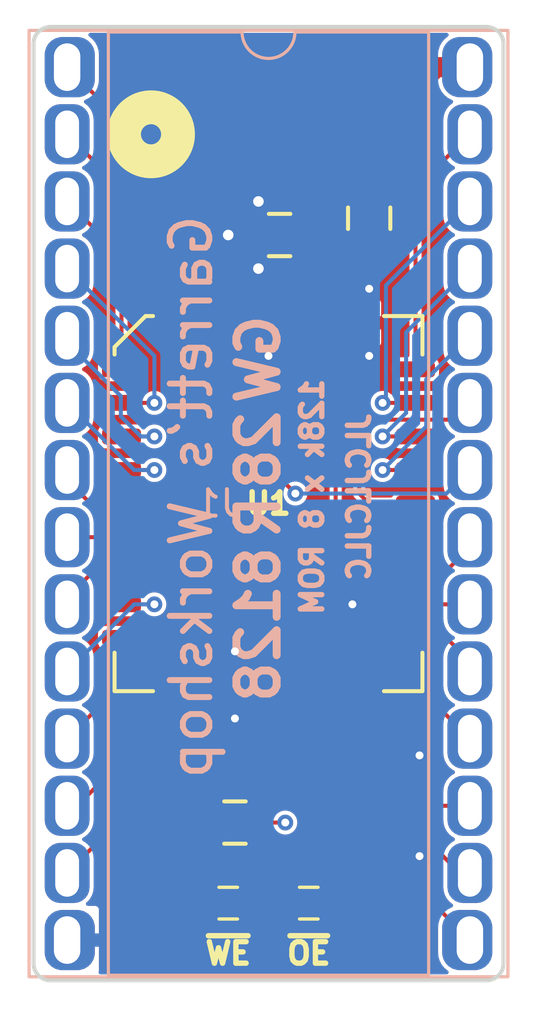
<source format=kicad_pcb>
(kicad_pcb (version 20171130) (host pcbnew "(5.1.5-0-10_14)")

  (general
    (thickness 1.6)
    (drawings 16)
    (tracks 141)
    (zones 0)
    (modules 10)
    (nets 31)
  )

  (page A4)
  (layers
    (0 F.Cu signal)
    (31 B.Cu signal)
    (32 B.Adhes user)
    (33 F.Adhes user)
    (34 B.Paste user)
    (35 F.Paste user)
    (36 B.SilkS user)
    (37 F.SilkS user)
    (38 B.Mask user)
    (39 F.Mask user)
    (40 Dwgs.User user)
    (41 Cmts.User user)
    (42 Eco1.User user)
    (43 Eco2.User user)
    (44 Edge.Cuts user)
    (45 Margin user)
    (46 B.CrtYd user)
    (47 F.CrtYd user)
    (48 B.Fab user)
    (49 F.Fab user)
  )

  (setup
    (last_trace_width 0.1524)
    (user_trace_width 0.2)
    (user_trace_width 0.254)
    (user_trace_width 0.508)
    (user_trace_width 0.762)
    (user_trace_width 1.27)
    (user_trace_width 1.524)
    (trace_clearance 0.1524)
    (zone_clearance 0.1524)
    (zone_45_only no)
    (trace_min 0.1524)
    (via_size 0.6)
    (via_drill 0.3)
    (via_min_size 0.4)
    (via_min_drill 0.3)
    (user_via 0.8 0.4)
    (user_via 1.524 0.762)
    (uvia_size 0.3)
    (uvia_drill 0.1)
    (uvias_allowed no)
    (uvia_min_size 0.2)
    (uvia_min_drill 0.1)
    (edge_width 0.15)
    (segment_width 0.1524)
    (pcb_text_width 0.3)
    (pcb_text_size 1.5 1.5)
    (mod_edge_width 0.15)
    (mod_text_size 1 1)
    (mod_text_width 0.15)
    (pad_size 1.9 2.28)
    (pad_drill 1)
    (pad_to_mask_clearance 0.0762)
    (solder_mask_min_width 0.127)
    (pad_to_paste_clearance -0.0381)
    (aux_axis_origin 0 0)
    (visible_elements FFFFEF7F)
    (pcbplotparams
      (layerselection 0x010f8_ffffffff)
      (usegerberextensions true)
      (usegerberattributes false)
      (usegerberadvancedattributes false)
      (creategerberjobfile false)
      (excludeedgelayer true)
      (linewidth 0.100000)
      (plotframeref false)
      (viasonmask false)
      (mode 1)
      (useauxorigin false)
      (hpglpennumber 1)
      (hpglpenspeed 20)
      (hpglpendiameter 15.000000)
      (psnegative false)
      (psa4output false)
      (plotreference true)
      (plotvalue true)
      (plotinvisibletext false)
      (padsonsilk false)
      (subtractmaskfromsilk true)
      (outputformat 1)
      (mirror false)
      (drillshape 0)
      (scaleselection 1)
      (outputdirectory "gerber/"))
  )

  (net 0 "")
  (net 1 +5V)
  (net 2 GND)
  (net 3 /A4)
  (net 4 /D7)
  (net 5 /D6)
  (net 6 /A8)
  (net 7 /A7)
  (net 8 /A6)
  (net 9 /A5)
  (net 10 /A3)
  (net 11 /A2)
  (net 12 /A1)
  (net 13 /A0)
  (net 14 /A9)
  (net 15 /D1)
  (net 16 /D5)
  (net 17 /D0)
  (net 18 /D2)
  (net 19 /D3)
  (net 20 /D4)
  (net 21 /A10)
  (net 22 /A11)
  (net 23 /A12)
  (net 24 /A13)
  (net 25 /A14)
  (net 26 /A15)
  (net 27 /~OE~)
  (net 28 /A16)
  (net 29 /~CS~)
  (net 30 /~WE~)

  (net_class Default "This is the default net class."
    (clearance 0.1524)
    (trace_width 0.1524)
    (via_dia 0.6)
    (via_drill 0.3)
    (uvia_dia 0.3)
    (uvia_drill 0.1)
    (add_net +5V)
    (add_net /A0)
    (add_net /A1)
    (add_net /A10)
    (add_net /A11)
    (add_net /A12)
    (add_net /A13)
    (add_net /A14)
    (add_net /A15)
    (add_net /A16)
    (add_net /A2)
    (add_net /A3)
    (add_net /A4)
    (add_net /A5)
    (add_net /A6)
    (add_net /A7)
    (add_net /A8)
    (add_net /A9)
    (add_net /D0)
    (add_net /D1)
    (add_net /D2)
    (add_net /D3)
    (add_net /D4)
    (add_net /D5)
    (add_net /D6)
    (add_net /D7)
    (add_net /~CS~)
    (add_net /~OE~)
    (add_net /~WE~)
    (add_net GND)
  )

  (module stdpads:DIP-28_W15.24mm_Socket_Inverse_Forked (layer F.Cu) (tedit 5EC59E9B) (tstamp 5EC5A50F)
    (at 40.64 20.32)
    (descr "28-lead though-hole mounted DIP package, row spacing 15.24 mm (600 mils), Socket, LongPads")
    (tags "THT DIP DIL PDIP 2.54mm 15.24mm 600mil Socket LongPads")
    (path /5DECC3CD)
    (fp_text reference J1 (at 5.715 16.51) (layer B.SilkS)
      (effects (font (size 1 1) (thickness 0.15)) (justify mirror))
    )
    (fp_text value Socket (at 7.62 35.35) (layer F.Fab)
      (effects (font (size 1 1) (thickness 0.15)))
    )
    (fp_arc (start 7.62 -1.33) (end 6.62 -1.33) (angle -180) (layer B.SilkS) (width 0.12))
    (fp_line (start 1.255 -1.27) (end 14.985 -1.27) (layer F.Fab) (width 0.1))
    (fp_line (start 14.985 -1.27) (end 14.985 34.29) (layer F.Fab) (width 0.1))
    (fp_line (start 14.985 34.29) (end 0.255 34.29) (layer F.Fab) (width 0.1))
    (fp_line (start 0.255 34.29) (end 0.255 -0.27) (layer F.Fab) (width 0.1))
    (fp_line (start 0.255 -0.27) (end 1.255 -1.27) (layer F.Fab) (width 0.1))
    (fp_line (start -1.27 -1.33) (end -1.27 34.35) (layer F.Fab) (width 0.1))
    (fp_line (start -1.27 34.35) (end 16.51 34.35) (layer F.Fab) (width 0.1))
    (fp_line (start 16.51 34.35) (end 16.51 -1.33) (layer F.Fab) (width 0.1))
    (fp_line (start 16.51 -1.33) (end -1.27 -1.33) (layer F.Fab) (width 0.1))
    (fp_line (start 6.62 -1.33) (end 1.56 -1.33) (layer B.SilkS) (width 0.12))
    (fp_line (start 1.56 -1.33) (end 1.56 34.35) (layer B.SilkS) (width 0.12))
    (fp_line (start 1.56 34.35) (end 13.68 34.35) (layer B.SilkS) (width 0.12))
    (fp_line (start 13.68 34.35) (end 13.68 -1.33) (layer B.SilkS) (width 0.12))
    (fp_line (start 13.68 -1.33) (end 8.62 -1.33) (layer B.SilkS) (width 0.12))
    (fp_line (start -1.44 -1.39) (end -1.44 34.41) (layer B.SilkS) (width 0.12))
    (fp_line (start -1.44 34.41) (end 16.68 34.41) (layer B.SilkS) (width 0.12))
    (fp_line (start 16.68 34.41) (end 16.68 -1.39) (layer B.SilkS) (width 0.12))
    (fp_line (start 16.68 -1.39) (end -1.44 -1.39) (layer B.SilkS) (width 0.12))
    (fp_line (start -1.55 -1.6) (end -1.55 34.65) (layer B.CrtYd) (width 0.05))
    (fp_line (start -1.55 34.65) (end 16.8 34.65) (layer B.CrtYd) (width 0.05))
    (fp_line (start 16.8 34.65) (end 16.8 -1.6) (layer B.CrtYd) (width 0.05))
    (fp_line (start 16.8 -1.6) (end -1.55 -1.6) (layer B.CrtYd) (width 0.05))
    (fp_text user %R (at 7.62 16.51) (layer F.Fab)
      (effects (font (size 1 1) (thickness 0.15)))
    )
    (pad 1 thru_hole roundrect (at 0 0) (size 1.9 2.28) (drill oval 1 1.8 (offset 0.1 0)) (layers *.Cu *.Mask) (roundrect_rratio 0.35)
      (net 26 /A15))
    (pad 15 thru_hole roundrect (at 15.24 33.02) (size 1.9 2.28) (drill oval 1 1.8 (offset -0.1 0)) (layers *.Cu *.Mask) (roundrect_rratio 0.35)
      (net 19 /D3))
    (pad 2 thru_hole roundrect (at 0 2.54) (size 1.7 2.28) (drill oval 0.9 1.8) (layers *.Cu *.Mask) (roundrect_rratio 0.35)
      (net 23 /A12))
    (pad 16 thru_hole roundrect (at 15.24 30.48) (size 1.7 2.28) (drill oval 0.9 1.8) (layers *.Cu *.Mask) (roundrect_rratio 0.35)
      (net 20 /D4))
    (pad 3 thru_hole roundrect (at 0 5.08) (size 1.7 2.28) (drill oval 0.9 1.8) (layers *.Cu *.Mask) (roundrect_rratio 0.35)
      (net 7 /A7))
    (pad 17 thru_hole roundrect (at 15.24 27.94) (size 1.7 2.28) (drill oval 0.9 1.8) (layers *.Cu *.Mask) (roundrect_rratio 0.35)
      (net 16 /D5))
    (pad 4 thru_hole roundrect (at 0 7.62) (size 1.7 2.28) (drill oval 0.9 1.8) (layers *.Cu *.Mask) (roundrect_rratio 0.35)
      (net 8 /A6))
    (pad 18 thru_hole roundrect (at 15.24 25.4) (size 1.7 2.28) (drill oval 0.9 1.8) (layers *.Cu *.Mask) (roundrect_rratio 0.35)
      (net 5 /D6))
    (pad 5 thru_hole roundrect (at 0 10.16) (size 1.7 2.28) (drill oval 0.9 1.8) (layers *.Cu *.Mask) (roundrect_rratio 0.35)
      (net 9 /A5))
    (pad 19 thru_hole roundrect (at 15.24 22.86) (size 1.7 2.28) (drill oval 0.9 1.8) (layers *.Cu *.Mask) (roundrect_rratio 0.35)
      (net 4 /D7))
    (pad 6 thru_hole roundrect (at 0 12.7) (size 1.7 2.28) (drill oval 0.9 1.8) (layers *.Cu *.Mask) (roundrect_rratio 0.35)
      (net 3 /A4))
    (pad 20 thru_hole roundrect (at 15.24 20.32) (size 1.7 2.28) (drill oval 0.9 1.8) (layers *.Cu *.Mask) (roundrect_rratio 0.35)
      (net 29 /~CS~))
    (pad 7 thru_hole roundrect (at 0 15.24) (size 1.7 2.28) (drill oval 0.9 1.8) (layers *.Cu *.Mask) (roundrect_rratio 0.35)
      (net 10 /A3))
    (pad 21 thru_hole roundrect (at 15.24 17.78) (size 1.7 2.28) (drill oval 0.9 1.8) (layers *.Cu *.Mask) (roundrect_rratio 0.35)
      (net 21 /A10))
    (pad 8 thru_hole roundrect (at 0 17.78) (size 1.7 2.28) (drill oval 0.9 1.8) (layers *.Cu *.Mask) (roundrect_rratio 0.35)
      (net 11 /A2))
    (pad 22 thru_hole roundrect (at 15.24 15.24) (size 1.7 2.28) (drill oval 0.9 1.8) (layers *.Cu *.Mask) (roundrect_rratio 0.35)
      (net 28 /A16))
    (pad 9 thru_hole roundrect (at 0 20.32) (size 1.7 2.28) (drill oval 0.9 1.8) (layers *.Cu *.Mask) (roundrect_rratio 0.35)
      (net 12 /A1))
    (pad 23 thru_hole roundrect (at 15.24 12.7) (size 1.7 2.28) (drill oval 0.9 1.8) (layers *.Cu *.Mask) (roundrect_rratio 0.35)
      (net 22 /A11))
    (pad 10 thru_hole roundrect (at 0 22.86) (size 1.7 2.28) (drill oval 0.9 1.8) (layers *.Cu *.Mask) (roundrect_rratio 0.35)
      (net 13 /A0))
    (pad 24 thru_hole roundrect (at 15.24 10.16) (size 1.7 2.28) (drill oval 0.9 1.8) (layers *.Cu *.Mask) (roundrect_rratio 0.35)
      (net 14 /A9))
    (pad 11 thru_hole roundrect (at 0 25.4) (size 1.7 2.28) (drill oval 0.9 1.8) (layers *.Cu *.Mask) (roundrect_rratio 0.35)
      (net 17 /D0))
    (pad 25 thru_hole roundrect (at 15.24 7.62) (size 1.7 2.28) (drill oval 0.9 1.8) (layers *.Cu *.Mask) (roundrect_rratio 0.35)
      (net 6 /A8))
    (pad 12 thru_hole roundrect (at 0 27.94) (size 1.7 2.28) (drill oval 0.9 1.8) (layers *.Cu *.Mask) (roundrect_rratio 0.35)
      (net 15 /D1))
    (pad 26 thru_hole roundrect (at 15.24 5.08) (size 1.7 2.28) (drill oval 0.9 1.8) (layers *.Cu *.Mask) (roundrect_rratio 0.35)
      (net 24 /A13))
    (pad 13 thru_hole roundrect (at 0 30.48) (size 1.7 2.28) (drill oval 0.9 1.8) (layers *.Cu *.Mask) (roundrect_rratio 0.35)
      (net 18 /D2))
    (pad 27 thru_hole roundrect (at 15.24 2.54) (size 1.7 2.28) (drill oval 0.9 1.8) (layers *.Cu *.Mask) (roundrect_rratio 0.35)
      (net 25 /A14))
    (pad 14 thru_hole roundrect (at 0 33.02) (size 1.9 2.28) (drill oval 1 1.8 (offset 0.1 0)) (layers *.Cu *.Mask) (roundrect_rratio 0.35)
      (net 2 GND))
    (pad 28 thru_hole roundrect (at 15.24 0) (size 1.9 2.28) (drill oval 1 1.8 (offset -0.1 0)) (layers *.Cu *.Mask) (roundrect_rratio 0.35)
      (net 1 +5V))
    (model ${KISYS3DMOD}/Connector_PinHeader_2.54mm.3dshapes/PinHeader_1x14_P2.54mm_Vertical.wrl
      (offset (xyz 0 0 -1.778))
      (scale (xyz 1 1 1))
      (rotate (xyz 0 180 0))
    )
    (model ${KISYS3DMOD}/Connector_PinHeader_2.54mm.3dshapes/PinHeader_1x14_P2.54mm_Vertical.wrl
      (offset (xyz 15.24 0 -1.778))
      (scale (xyz 1 1 1))
      (rotate (xyz 0 180 0))
    )
  )

  (module stdpads:PLCC-32 (layer F.Cu) (tedit 5E892816) (tstamp 5D12FC01)
    (at 48.26 36.83)
    (descr "PLCC, 32 Pin (http://ww1.microchip.com/downloads/en/DeviceDoc/doc0015.pdf), generated with kicad-footprint-generator ipc_plcc_jLead_generator.py")
    (tags "PLCC LCC")
    (path /5E56BC07)
    (attr smd)
    (fp_text reference U1 (at 0 0) (layer F.SilkS)
      (effects (font (size 0.8128 0.8128) (thickness 0.2032)))
    )
    (fp_text value 39SF010 (at 0 1.27) (layer F.Fab)
      (effects (font (size 0.8128 0.8128) (thickness 0.2032)))
    )
    (fp_text user %R (at 0 0) (layer F.Fab)
      (effects (font (size 0.8128 0.8128) (thickness 0.2032)))
    )
    (fp_line (start -6.55 -5.63) (end -6.55 0) (layer F.CrtYd) (width 0.05))
    (fp_line (start -5.96 -5.63) (end -6.55 -5.63) (layer F.CrtYd) (width 0.05))
    (fp_line (start -5.96 -5.95) (end -5.96 -5.63) (layer F.CrtYd) (width 0.05))
    (fp_line (start -4.68 -7.23) (end -5.96 -5.95) (layer F.CrtYd) (width 0.05))
    (fp_line (start -4.36 -7.23) (end -4.68 -7.23) (layer F.CrtYd) (width 0.05))
    (fp_line (start -4.36 -7.82) (end -4.36 -7.23) (layer F.CrtYd) (width 0.05))
    (fp_line (start 0 -7.82) (end -4.36 -7.82) (layer F.CrtYd) (width 0.05))
    (fp_line (start 6.55 5.63) (end 6.55 0) (layer F.CrtYd) (width 0.05))
    (fp_line (start 5.96 5.63) (end 6.55 5.63) (layer F.CrtYd) (width 0.05))
    (fp_line (start 5.96 7.23) (end 5.96 5.63) (layer F.CrtYd) (width 0.05))
    (fp_line (start 4.36 7.23) (end 5.96 7.23) (layer F.CrtYd) (width 0.05))
    (fp_line (start 4.36 7.82) (end 4.36 7.23) (layer F.CrtYd) (width 0.05))
    (fp_line (start 0 7.82) (end 4.36 7.82) (layer F.CrtYd) (width 0.05))
    (fp_line (start -6.55 5.63) (end -6.55 0) (layer F.CrtYd) (width 0.05))
    (fp_line (start -5.96 5.63) (end -6.55 5.63) (layer F.CrtYd) (width 0.05))
    (fp_line (start -5.96 7.23) (end -5.96 5.63) (layer F.CrtYd) (width 0.05))
    (fp_line (start -4.36 7.23) (end -5.96 7.23) (layer F.CrtYd) (width 0.05))
    (fp_line (start -4.36 7.82) (end -4.36 7.23) (layer F.CrtYd) (width 0.05))
    (fp_line (start 0 7.82) (end -4.36 7.82) (layer F.CrtYd) (width 0.05))
    (fp_line (start 6.55 -5.63) (end 6.55 0) (layer F.CrtYd) (width 0.05))
    (fp_line (start 5.96 -5.63) (end 6.55 -5.63) (layer F.CrtYd) (width 0.05))
    (fp_line (start 5.96 -7.23) (end 5.96 -5.63) (layer F.CrtYd) (width 0.05))
    (fp_line (start 4.36 -7.23) (end 5.96 -7.23) (layer F.CrtYd) (width 0.05))
    (fp_line (start 4.36 -7.82) (end 4.36 -7.23) (layer F.CrtYd) (width 0.05))
    (fp_line (start 0 -7.82) (end 4.36 -7.82) (layer F.CrtYd) (width 0.05))
    (fp_line (start -0.5 -6.985) (end 0 -6.277893) (layer F.Fab) (width 0.1))
    (fp_line (start -4.575 -6.985) (end -0.5 -6.985) (layer F.Fab) (width 0.1))
    (fp_line (start -5.715 -5.845) (end -4.575 -6.985) (layer F.Fab) (width 0.1))
    (fp_line (start -5.715 6.985) (end -5.715 -5.845) (layer F.Fab) (width 0.1))
    (fp_line (start 5.715 6.985) (end -5.715 6.985) (layer F.Fab) (width 0.1))
    (fp_line (start 5.715 -6.985) (end 5.715 6.985) (layer F.Fab) (width 0.1))
    (fp_line (start 0.5 -6.985) (end 5.715 -6.985) (layer F.Fab) (width 0.1))
    (fp_line (start 0 -6.277893) (end 0.5 -6.985) (layer F.Fab) (width 0.1))
    (fp_line (start -5.825 -5.922782) (end -5.825 -5.64) (layer F.SilkS) (width 0.1524))
    (fp_line (start -4.652782 -7.095) (end -5.825 -5.922782) (layer F.SilkS) (width 0.1524))
    (fp_line (start -4.37 -7.095) (end -4.652782 -7.095) (layer F.SilkS) (width 0.1524))
    (fp_line (start 5.825 7.095) (end 5.825 5.64) (layer F.SilkS) (width 0.1524))
    (fp_line (start 4.37 7.095) (end 5.825 7.095) (layer F.SilkS) (width 0.1524))
    (fp_line (start -5.825 7.095) (end -5.825 5.64) (layer F.SilkS) (width 0.1524))
    (fp_line (start -4.37 7.095) (end -5.825 7.095) (layer F.SilkS) (width 0.1524))
    (fp_line (start 5.825 -7.095) (end 5.825 -5.64) (layer F.SilkS) (width 0.1524))
    (fp_line (start 4.37 -7.095) (end 5.825 -7.095) (layer F.SilkS) (width 0.1524))
    (pad 32 smd roundrect (at 1.27 -6.8375) (size 0.6 1.475) (layers F.Cu F.Paste F.Mask) (roundrect_rratio 0.25)
      (net 1 +5V))
    (pad 31 smd roundrect (at 2.54 -6.8375) (size 0.6 1.475) (layers F.Cu F.Paste F.Mask) (roundrect_rratio 0.25)
      (net 30 /~WE~))
    (pad 30 smd roundrect (at 3.81 -6.8375) (size 0.6 1.475) (layers F.Cu F.Paste F.Mask) (roundrect_rratio 0.25)
      (net 2 GND))
    (pad 29 smd roundrect (at 5.5625 -5.08) (size 1.475 0.6) (layers F.Cu F.Paste F.Mask) (roundrect_rratio 0.25)
      (net 25 /A14))
    (pad 28 smd roundrect (at 5.5625 -3.81) (size 1.475 0.6) (layers F.Cu F.Paste F.Mask) (roundrect_rratio 0.25)
      (net 24 /A13))
    (pad 27 smd roundrect (at 5.5625 -2.54) (size 1.475 0.6) (layers F.Cu F.Paste F.Mask) (roundrect_rratio 0.25)
      (net 6 /A8))
    (pad 26 smd roundrect (at 5.5625 -1.27) (size 1.475 0.6) (layers F.Cu F.Paste F.Mask) (roundrect_rratio 0.25)
      (net 14 /A9))
    (pad 25 smd roundrect (at 5.5625 0) (size 1.475 0.6) (layers F.Cu F.Paste F.Mask) (roundrect_rratio 0.25)
      (net 22 /A11))
    (pad 24 smd roundrect (at 5.5625 1.27) (size 1.475 0.6) (layers F.Cu F.Paste F.Mask) (roundrect_rratio 0.25)
      (net 27 /~OE~))
    (pad 23 smd roundrect (at 5.5625 2.54) (size 1.475 0.6) (layers F.Cu F.Paste F.Mask) (roundrect_rratio 0.25)
      (net 21 /A10))
    (pad 22 smd roundrect (at 5.5625 3.81) (size 1.475 0.6) (layers F.Cu F.Paste F.Mask) (roundrect_rratio 0.25)
      (net 29 /~CS~))
    (pad 21 smd roundrect (at 5.5625 5.08) (size 1.475 0.6) (layers F.Cu F.Paste F.Mask) (roundrect_rratio 0.25)
      (net 4 /D7))
    (pad 20 smd roundrect (at 3.81 6.8375) (size 0.6 1.475) (layers F.Cu F.Paste F.Mask) (roundrect_rratio 0.25)
      (net 5 /D6))
    (pad 19 smd roundrect (at 2.54 6.8375) (size 0.6 1.475) (layers F.Cu F.Paste F.Mask) (roundrect_rratio 0.25)
      (net 16 /D5))
    (pad 18 smd roundrect (at 1.27 6.8375) (size 0.6 1.475) (layers F.Cu F.Paste F.Mask) (roundrect_rratio 0.25)
      (net 20 /D4))
    (pad 17 smd roundrect (at 0 6.8375) (size 0.6 1.475) (layers F.Cu F.Paste F.Mask) (roundrect_rratio 0.25)
      (net 19 /D3))
    (pad 16 smd roundrect (at -1.27 6.8375) (size 0.6 1.475) (layers F.Cu F.Paste F.Mask) (roundrect_rratio 0.25)
      (net 2 GND))
    (pad 15 smd roundrect (at -2.54 6.8375) (size 0.6 1.475) (layers F.Cu F.Paste F.Mask) (roundrect_rratio 0.25)
      (net 18 /D2))
    (pad 14 smd roundrect (at -3.81 6.8375) (size 0.6 1.475) (layers F.Cu F.Paste F.Mask) (roundrect_rratio 0.25)
      (net 15 /D1))
    (pad 13 smd roundrect (at -5.5625 5.08) (size 1.475 0.6) (layers F.Cu F.Paste F.Mask) (roundrect_rratio 0.25)
      (net 17 /D0))
    (pad 12 smd roundrect (at -5.5625 3.81) (size 1.475 0.6) (layers F.Cu F.Paste F.Mask) (roundrect_rratio 0.25)
      (net 13 /A0))
    (pad 11 smd roundrect (at -5.5625 2.54) (size 1.475 0.6) (layers F.Cu F.Paste F.Mask) (roundrect_rratio 0.25)
      (net 12 /A1))
    (pad 10 smd roundrect (at -5.5625 1.27) (size 1.475 0.6) (layers F.Cu F.Paste F.Mask) (roundrect_rratio 0.25)
      (net 11 /A2))
    (pad 9 smd roundrect (at -5.5625 0) (size 1.475 0.6) (layers F.Cu F.Paste F.Mask) (roundrect_rratio 0.25)
      (net 10 /A3))
    (pad 8 smd roundrect (at -5.5625 -1.27) (size 1.475 0.6) (layers F.Cu F.Paste F.Mask) (roundrect_rratio 0.25)
      (net 3 /A4))
    (pad 7 smd roundrect (at -5.5625 -2.54) (size 1.475 0.6) (layers F.Cu F.Paste F.Mask) (roundrect_rratio 0.25)
      (net 9 /A5))
    (pad 6 smd roundrect (at -5.5625 -3.81) (size 1.475 0.6) (layers F.Cu F.Paste F.Mask) (roundrect_rratio 0.25)
      (net 8 /A6))
    (pad 5 smd roundrect (at -5.5625 -5.08) (size 1.475 0.6) (layers F.Cu F.Paste F.Mask) (roundrect_rratio 0.25)
      (net 7 /A7))
    (pad 4 smd roundrect (at -3.81 -6.8375) (size 0.6 1.475) (layers F.Cu F.Paste F.Mask) (roundrect_rratio 0.25)
      (net 23 /A12))
    (pad 3 smd roundrect (at -2.54 -6.8375) (size 0.6 1.475) (layers F.Cu F.Paste F.Mask) (roundrect_rratio 0.25)
      (net 26 /A15))
    (pad 2 smd roundrect (at -1.27 -6.8375) (size 0.6 1.475) (layers F.Cu F.Paste F.Mask) (roundrect_rratio 0.25)
      (net 28 /A16))
    (pad 1 smd roundrect (at 0 -6.8375) (size 0.6 1.475) (layers F.Cu F.Paste F.Mask) (roundrect_rratio 0.25)
      (net 2 GND))
    (model ${KIPRJMOD}/../stdpads.3dshapes/PLCC-32.wrl
      (at (xyz 0 0 0))
      (scale (xyz 1 1 1))
      (rotate (xyz 0 0 180))
    )
  )

  (module stdpads:Fiducial (layer F.Cu) (tedit 5CFD71CD) (tstamp 5D30EF0C)
    (at 43.18 53.34)
    (descr "Circular Fiducial, 1mm bare copper top; 2mm keepout (Level A)")
    (tags marker)
    (path /5D319ED4)
    (attr smd)
    (fp_text reference FID2 (at 0 -1.6) (layer F.SilkS) hide
      (effects (font (size 0.508 0.508) (thickness 0.127)))
    )
    (fp_text value Fiducial (at 0 1.651) (layer F.Fab) hide
      (effects (font (size 0.508 0.508) (thickness 0.127)))
    )
    (fp_circle (center 0 0) (end 1 0) (layer F.Fab) (width 0.1))
    (fp_text user %R (at 0 0) (layer F.Fab)
      (effects (font (size 0.4 0.4) (thickness 0.06)))
    )
    (fp_circle (center 0 0) (end 1.25 0) (layer F.CrtYd) (width 0.05))
    (pad ~ smd circle (at 0 0) (size 1 1) (layers F.Cu F.Mask)
      (solder_mask_margin 0.5) (clearance 0.575))
  )

  (module stdpads:Fiducial (layer F.Cu) (tedit 5CFD71CD) (tstamp 5D13489F)
    (at 53.34 53.34)
    (descr "Circular Fiducial, 1mm bare copper top; 2mm keepout (Level A)")
    (tags marker)
    (path /5D319F51)
    (attr smd)
    (fp_text reference FID3 (at 0 -1.6) (layer F.SilkS) hide
      (effects (font (size 0.508 0.508) (thickness 0.127)))
    )
    (fp_text value Fiducial (at 0 1.651) (layer F.Fab) hide
      (effects (font (size 0.508 0.508) (thickness 0.127)))
    )
    (fp_circle (center 0 0) (end 1.25 0) (layer F.CrtYd) (width 0.05))
    (fp_text user %R (at 0 0) (layer F.Fab)
      (effects (font (size 0.4 0.4) (thickness 0.06)))
    )
    (fp_circle (center 0 0) (end 1 0) (layer F.Fab) (width 0.1))
    (pad ~ smd circle (at 0 0) (size 1 1) (layers F.Cu F.Mask)
      (solder_mask_margin 0.5) (clearance 0.575))
  )

  (module stdpads:Fiducial (layer F.Cu) (tedit 5CFD71CD) (tstamp 5D134897)
    (at 43.18 20.32)
    (descr "Circular Fiducial, 1mm bare copper top; 2mm keepout (Level A)")
    (tags marker)
    (path /5D319AF4)
    (attr smd)
    (fp_text reference FID1 (at 0 -1.6) (layer F.SilkS) hide
      (effects (font (size 0.508 0.508) (thickness 0.127)))
    )
    (fp_text value Fiducial (at 0 1.651) (layer F.Fab) hide
      (effects (font (size 0.508 0.508) (thickness 0.127)))
    )
    (fp_circle (center 0 0) (end 1.25 0) (layer F.CrtYd) (width 0.05))
    (fp_text user %R (at 0 0) (layer F.Fab)
      (effects (font (size 0.4 0.4) (thickness 0.06)))
    )
    (fp_circle (center 0 0) (end 1 0) (layer F.Fab) (width 0.1))
    (pad ~ smd circle (at 0 0) (size 1 1) (layers F.Cu F.Mask)
      (solder_mask_margin 0.5) (clearance 0.575))
  )

  (module stdpads:R_0805 (layer F.Cu) (tedit 5CC267AA) (tstamp 5D30E8B8)
    (at 52.07 26.035 270)
    (tags resistor)
    (path /5D31EA5F)
    (attr smd)
    (fp_text reference R2 (at 0 -1.5 90) (layer F.SilkS) hide
      (effects (font (size 0.8128 0.8128) (thickness 0.1524)))
    )
    (fp_text value 22k (at 0 0.889 90) (layer F.Fab) hide
      (effects (font (size 0.127 0.127) (thickness 0.03175)))
    )
    (fp_text user %R (at 0 0) (layer F.Fab)
      (effects (font (size 0.254 0.254) (thickness 0.0635)))
    )
    (fp_line (start 1.7 1) (end -1.7 1) (layer F.CrtYd) (width 0.05))
    (fp_line (start 1.7 -1) (end 1.7 1) (layer F.CrtYd) (width 0.05))
    (fp_line (start -1.7 -1) (end 1.7 -1) (layer F.CrtYd) (width 0.05))
    (fp_line (start -1.7 1) (end -1.7 -1) (layer F.CrtYd) (width 0.05))
    (fp_line (start -0.4064 0.8) (end 0.4064 0.8) (layer F.SilkS) (width 0.1524))
    (fp_line (start -0.4064 -0.8) (end 0.4064 -0.8) (layer F.SilkS) (width 0.1524))
    (fp_line (start 1 0.625) (end -1 0.625) (layer F.Fab) (width 0.1))
    (fp_line (start 1 -0.625) (end 1 0.625) (layer F.Fab) (width 0.1))
    (fp_line (start -1 -0.625) (end 1 -0.625) (layer F.Fab) (width 0.1))
    (fp_line (start -1 0.625) (end -1 -0.625) (layer F.Fab) (width 0.1))
    (pad 2 smd roundrect (at 0.95 0 270) (size 0.85 1.4) (layers F.Cu F.Paste F.Mask) (roundrect_rratio 0.25)
      (net 30 /~WE~))
    (pad 1 smd roundrect (at -0.95 0 270) (size 0.85 1.4) (layers F.Cu F.Paste F.Mask) (roundrect_rratio 0.25)
      (net 1 +5V))
    (model ${KISYS3DMOD}/Resistor_SMD.3dshapes/R_0805_2012Metric.wrl
      (at (xyz 0 0 0))
      (scale (xyz 1 1 1))
      (rotate (xyz 0 0 0))
    )
  )

  (module stdpads:C_0805 (layer F.Cu) (tedit 5CC26793) (tstamp 5D13487E)
    (at 48.68 26.67 180)
    (tags capacitor)
    (path /5D136B08)
    (attr smd)
    (fp_text reference C1 (at 0 -1.5) (layer F.SilkS) hide
      (effects (font (size 0.8128 0.8128) (thickness 0.1524)))
    )
    (fp_text value 100n (at 0 0.9) (layer F.Fab) hide
      (effects (font (size 0.127 0.127) (thickness 0.03175)))
    )
    (fp_line (start -1 0.625) (end -1 -0.625) (layer F.Fab) (width 0.15))
    (fp_line (start -1 -0.625) (end 1 -0.625) (layer F.Fab) (width 0.15))
    (fp_line (start 1 -0.625) (end 1 0.625) (layer F.Fab) (width 0.15))
    (fp_line (start 1 0.625) (end -1 0.625) (layer F.Fab) (width 0.15))
    (fp_line (start -0.4064 -0.8) (end 0.4064 -0.8) (layer F.SilkS) (width 0.1524))
    (fp_line (start -0.4064 0.8) (end 0.4064 0.8) (layer F.SilkS) (width 0.1524))
    (fp_line (start -1.7 1) (end -1.7 -1) (layer F.CrtYd) (width 0.05))
    (fp_line (start -1.7 -1) (end 1.7 -1) (layer F.CrtYd) (width 0.05))
    (fp_line (start 1.7 -1) (end 1.7 1) (layer F.CrtYd) (width 0.05))
    (fp_line (start 1.7 1) (end -1.7 1) (layer F.CrtYd) (width 0.05))
    (fp_text user %R (at 0 0 90) (layer F.Fab)
      (effects (font (size 0.254 0.254) (thickness 0.0635)))
    )
    (pad 1 smd roundrect (at -0.85 0 180) (size 1.05 1.4) (layers F.Cu F.Paste F.Mask) (roundrect_rratio 0.25)
      (net 1 +5V))
    (pad 2 smd roundrect (at 0.85 0 180) (size 1.05 1.4) (layers F.Cu F.Paste F.Mask) (roundrect_rratio 0.25)
      (net 2 GND))
    (model ${KISYS3DMOD}/Capacitor_SMD.3dshapes/C_0805_2012Metric.wrl
      (at (xyz 0 0 0))
      (scale (xyz 1 1 1))
      (rotate (xyz 0 0 0))
    )
  )

  (module stdpads:R_0805 (layer F.Cu) (tedit 5CC267AA) (tstamp 5D30E225)
    (at 46.99 48.895 180)
    (tags resistor)
    (path /5D3208E4)
    (attr smd)
    (fp_text reference R1 (at 0 -1.5) (layer F.SilkS) hide
      (effects (font (size 0.8128 0.8128) (thickness 0.1524)))
    )
    (fp_text value 22k (at 0 0.889) (layer F.Fab) hide
      (effects (font (size 0.127 0.127) (thickness 0.03175)))
    )
    (fp_line (start -1 0.625) (end -1 -0.625) (layer F.Fab) (width 0.1))
    (fp_line (start -1 -0.625) (end 1 -0.625) (layer F.Fab) (width 0.1))
    (fp_line (start 1 -0.625) (end 1 0.625) (layer F.Fab) (width 0.1))
    (fp_line (start 1 0.625) (end -1 0.625) (layer F.Fab) (width 0.1))
    (fp_line (start -0.4064 -0.8) (end 0.4064 -0.8) (layer F.SilkS) (width 0.1524))
    (fp_line (start -0.4064 0.8) (end 0.4064 0.8) (layer F.SilkS) (width 0.1524))
    (fp_line (start -1.7 1) (end -1.7 -1) (layer F.CrtYd) (width 0.05))
    (fp_line (start -1.7 -1) (end 1.7 -1) (layer F.CrtYd) (width 0.05))
    (fp_line (start 1.7 -1) (end 1.7 1) (layer F.CrtYd) (width 0.05))
    (fp_line (start 1.7 1) (end -1.7 1) (layer F.CrtYd) (width 0.05))
    (fp_text user %R (at 0 0 90) (layer F.Fab)
      (effects (font (size 0.254 0.254) (thickness 0.0635)))
    )
    (pad 1 smd roundrect (at -0.95 0 180) (size 0.85 1.4) (layers F.Cu F.Paste F.Mask) (roundrect_rratio 0.25)
      (net 27 /~OE~))
    (pad 2 smd roundrect (at 0.95 0 180) (size 0.85 1.4) (layers F.Cu F.Paste F.Mask) (roundrect_rratio 0.25)
      (net 2 GND))
    (model ${KISYS3DMOD}/Resistor_SMD.3dshapes/R_0805_2012Metric.wrl
      (at (xyz 0 0 0))
      (scale (xyz 1 1 1))
      (rotate (xyz 0 0 0))
    )
  )

  (module stdpads:Tyco_RCU_0603_Paste (layer F.Cu) (tedit 5E914329) (tstamp 5EC5A9DA)
    (at 49.784 51.943)
    (tags "Tyco RCU 0603")
    (path /5EC596B7)
    (attr smd)
    (fp_text reference TP1 (at 0 0) (layer F.Fab)
      (effects (font (size 0.254 0.254) (thickness 0.0635)))
    )
    (fp_text value ~OE~ (at 0 1.905) (layer F.SilkS)
      (effects (font (size 0.8128 0.8128) (thickness 0.2032)))
    )
    (fp_line (start 0.35 0.6) (end -0.35 0.6) (layer F.SilkS) (width 0.127))
    (fp_line (start -0.35 -0.6) (end 0.35 -0.6) (layer F.SilkS) (width 0.127))
    (fp_line (start 1.45 -0.75) (end 1.45 0.75) (layer F.CrtYd) (width 0.05))
    (fp_line (start -1.45 -0.75) (end -1.45 0.75) (layer F.CrtYd) (width 0.05))
    (fp_line (start -1.45 0.75) (end 1.45 0.75) (layer F.CrtYd) (width 0.05))
    (fp_line (start -1.45 -0.75) (end 1.45 -0.75) (layer F.CrtYd) (width 0.05))
    (fp_line (start -0.8 -0.4) (end 0.8 -0.4) (layer F.Fab) (width 0.05))
    (fp_line (start 0.8 -0.4) (end 0.8 0.4) (layer F.Fab) (width 0.05))
    (fp_line (start 0.8 0.4) (end -0.8 0.4) (layer F.Fab) (width 0.05))
    (fp_line (start -0.8 0.4) (end -0.8 -0.4) (layer F.Fab) (width 0.05))
    (pad 1 smd rect (at 0 0) (size 1.7 0.9) (layers F.Cu F.Paste F.Mask)
      (net 27 /~OE~))
    (model ${KISYS3DMOD}/TestPoint.3dshapes/TestPoint_Bridge_Pitch7.62mm_Drill1.3mm.wrl
      (offset (xyz -0.6834 0 0))
      (scale (xyz 0.18 0.62 0.09))
      (rotate (xyz 0 0 0))
    )
  )

  (module stdpads:Tyco_RCU_0603_Paste (layer F.Cu) (tedit 5E914329) (tstamp 5EC5C02C)
    (at 46.736 51.943)
    (tags "Tyco RCU 0603")
    (path /5EC59B6C)
    (attr smd)
    (fp_text reference TP2 (at 0 0) (layer F.Fab)
      (effects (font (size 0.254 0.254) (thickness 0.0635)))
    )
    (fp_text value ~WE~ (at 0 1.905) (layer F.SilkS)
      (effects (font (size 0.8128 0.8128) (thickness 0.2032)))
    )
    (fp_line (start -0.8 0.4) (end -0.8 -0.4) (layer F.Fab) (width 0.05))
    (fp_line (start 0.8 0.4) (end -0.8 0.4) (layer F.Fab) (width 0.05))
    (fp_line (start 0.8 -0.4) (end 0.8 0.4) (layer F.Fab) (width 0.05))
    (fp_line (start -0.8 -0.4) (end 0.8 -0.4) (layer F.Fab) (width 0.05))
    (fp_line (start -1.45 -0.75) (end 1.45 -0.75) (layer F.CrtYd) (width 0.05))
    (fp_line (start -1.45 0.75) (end 1.45 0.75) (layer F.CrtYd) (width 0.05))
    (fp_line (start -1.45 -0.75) (end -1.45 0.75) (layer F.CrtYd) (width 0.05))
    (fp_line (start 1.45 -0.75) (end 1.45 0.75) (layer F.CrtYd) (width 0.05))
    (fp_line (start -0.35 -0.6) (end 0.35 -0.6) (layer F.SilkS) (width 0.127))
    (fp_line (start 0.35 0.6) (end -0.35 0.6) (layer F.SilkS) (width 0.127))
    (pad 1 smd rect (at 0 0) (size 1.7 0.9) (layers F.Cu F.Paste F.Mask)
      (net 30 /~WE~))
    (model ${KISYS3DMOD}/TestPoint.3dshapes/TestPoint_Bridge_Pitch7.62mm_Drill1.3mm.wrl
      (offset (xyz -0.6834 0 0))
      (scale (xyz 0.18 0.62 0.09))
      (rotate (xyz 0 0 0))
    )
  )

  (gr_arc (start 40.005 54.229) (end 39.37 54.229) (angle -90) (layer Edge.Cuts) (width 0.15) (tstamp 5DECE0A7))
  (gr_arc (start 56.515 54.229) (end 56.515 54.864) (angle -90) (layer Edge.Cuts) (width 0.15) (tstamp 5DECDFC0))
  (gr_arc (start 56.515 19.431) (end 57.15 19.431) (angle -90) (layer Edge.Cuts) (width 0.15) (tstamp 5DECDE9D))
  (gr_arc (start 40.005 19.431) (end 40.005 18.796) (angle -90) (layer Edge.Cuts) (width 0.15) (tstamp 5D347157))
  (gr_text JLCJLCJLC (at 51.689 36.576 90) (layer B.SilkS)
    (effects (font (size 0.8128 0.8128) (thickness 0.2032)) (justify mirror))
  )
  (gr_text "128k x 8 ROM" (at 49.911 36.576 90) (layer B.SilkS) (tstamp 5D130759)
    (effects (font (size 0.8128 0.8128) (thickness 0.2032)) (justify mirror))
  )
  (gr_circle (center 43.815 22.86) (end 44.196 22.86) (layer F.SilkS) (width 1.28))
  (gr_text 8128 (at 47.879 41.402 90) (layer B.SilkS) (tstamp 5D12F927)
    (effects (font (size 1.524 1.524) (thickness 0.3)) (justify mirror))
  )
  (gr_text R (at 47.879 37.338 90) (layer B.SilkS) (tstamp 5D12F91E)
    (effects (font (size 1.524 1.524) (thickness 0.3)) (justify mirror))
  )
  (gr_text 28 (at 47.879 34.798 90) (layer B.SilkS) (tstamp 5D12F91B)
    (effects (font (size 1.524 1.524) (thickness 0.3)) (justify mirror))
  )
  (gr_text GW (at 47.879 31.369 90) (layer B.SilkS) (tstamp 5D12F918)
    (effects (font (size 1.524 1.524) (thickness 0.3)) (justify mirror))
  )
  (gr_text "Garrett’s Workshop" (at 45.339 36.576 90) (layer B.SilkS) (tstamp 5D12F589)
    (effects (font (size 1.5 1.5) (thickness 0.225)) (justify mirror))
  )
  (gr_line (start 39.37 54.229) (end 39.37 19.431) (layer Edge.Cuts) (width 0.15) (tstamp 5DECD9B9))
  (gr_line (start 56.515 54.864) (end 40.005 54.864) (layer Edge.Cuts) (width 0.15))
  (gr_line (start 57.15 19.431) (end 57.15 54.229) (layer Edge.Cuts) (width 0.15))
  (gr_line (start 40.005 18.796) (end 56.515 18.796) (layer Edge.Cuts) (width 0.15))

  (segment (start 49.53 29.9925) (end 49.53 26.67) (width 0.508) (layer F.Cu) (net 1))
  (segment (start 49.53 26.67) (end 49.53 25.4) (width 0.762) (layer F.Cu) (net 1))
  (segment (start 54.61 20.32) (end 55.88 20.32) (width 0.762) (layer F.Cu) (net 1))
  (segment (start 52.07 23.495) (end 52.07 22.86) (width 0.762) (layer F.Cu) (net 1))
  (segment (start 54.61 20.32) (end 52.07 22.86) (width 0.762) (layer F.Cu) (net 1))
  (segment (start 51.2445 23.6855) (end 51.7525 23.6855) (width 0.762) (layer F.Cu) (net 1))
  (segment (start 51.2445 23.6855) (end 52.07 22.86) (width 0.762) (layer F.Cu) (net 1))
  (segment (start 49.53 25.4) (end 51.2445 23.6855) (width 0.762) (layer F.Cu) (net 1))
  (segment (start 51.7525 23.6855) (end 52.07 24.003) (width 0.762) (layer F.Cu) (net 1))
  (segment (start 52.07 24.003) (end 52.07 23.495) (width 0.762) (layer F.Cu) (net 1))
  (segment (start 52.07 25.085) (end 52.07 24.003) (width 0.762) (layer F.Cu) (net 1))
  (via (at 47.879 25.4) (size 0.8) (drill 0.4) (layers F.Cu B.Cu) (net 2))
  (segment (start 47.83 25.449) (end 47.879 25.4) (width 0.762) (layer F.Cu) (net 2))
  (segment (start 47.83 26.67) (end 47.83 25.449) (width 0.762) (layer F.Cu) (net 2))
  (via (at 46.736 26.67) (size 0.8) (drill 0.4) (layers F.Cu B.Cu) (net 2))
  (segment (start 47.83 26.67) (end 46.736 26.67) (width 0.762) (layer F.Cu) (net 2))
  (via (at 47.879 27.94) (size 0.8) (drill 0.4) (layers F.Cu B.Cu) (net 2))
  (segment (start 47.83 27.891) (end 47.879 27.94) (width 0.762) (layer F.Cu) (net 2))
  (segment (start 47.83 26.67) (end 47.83 27.891) (width 0.762) (layer F.Cu) (net 2))
  (via (at 46.99 42.418) (size 0.6) (drill 0.3) (layers F.Cu B.Cu) (net 2))
  (segment (start 46.99 43.6675) (end 46.99 42.418) (width 0.508) (layer F.Cu) (net 2))
  (via (at 46.99 44.958) (size 0.6) (drill 0.3) (layers F.Cu B.Cu) (net 2))
  (segment (start 46.99 43.6675) (end 46.99 44.958) (width 0.508) (layer F.Cu) (net 2))
  (via (at 48.26 31.242) (size 0.6) (drill 0.3) (layers F.Cu B.Cu) (net 2))
  (segment (start 48.26 29.9925) (end 48.26 31.242) (width 0.508) (layer F.Cu) (net 2))
  (via (at 52.07 31.242) (size 0.6) (drill 0.3) (layers F.Cu B.Cu) (net 2))
  (segment (start 52.07 29.9925) (end 52.07 31.242) (width 0.508) (layer F.Cu) (net 2))
  (via (at 52.07 28.702) (size 0.6) (drill 0.3) (layers F.Cu B.Cu) (net 2))
  (segment (start 52.07 29.9925) (end 52.07 28.702) (width 0.508) (layer F.Cu) (net 2))
  (via (at 53.975 50.165) (size 0.6) (drill 0.3) (layers F.Cu B.Cu) (net 2) (tstamp 5DEC8B83))
  (via (at 53.975 46.355) (size 0.6) (drill 0.3) (layers F.Cu B.Cu) (net 2) (tstamp 5DEC8B89))
  (via (at 51.435 40.64) (size 0.6) (drill 0.3) (layers F.Cu B.Cu) (net 2) (tstamp 5DEC8B8B))
  (via (at 43.942 35.56) (size 0.6) (drill 0.3) (layers F.Cu B.Cu) (net 3))
  (segment (start 42.6975 35.56) (end 43.942 35.56) (width 0.1524) (layer F.Cu) (net 3))
  (segment (start 43.18 35.56) (end 43.942 35.56) (width 0.1524) (layer B.Cu) (net 3))
  (segment (start 40.64 33.02) (end 43.18 35.56) (width 0.1524) (layer B.Cu) (net 3))
  (segment (start 53.8225 41.91) (end 54.991 41.91) (width 0.1524) (layer F.Cu) (net 4))
  (segment (start 55.88 42.799) (end 55.88 43.18) (width 0.1524) (layer F.Cu) (net 4))
  (segment (start 54.991 41.91) (end 55.88 42.799) (width 0.1524) (layer F.Cu) (net 4))
  (segment (start 53.8275 43.6675) (end 55.88 45.72) (width 0.1524) (layer F.Cu) (net 5))
  (segment (start 52.07 43.6675) (end 53.8275 43.6675) (width 0.1524) (layer F.Cu) (net 5))
  (via (at 52.578 34.29) (size 0.6) (drill 0.3) (layers F.Cu B.Cu) (net 6))
  (segment (start 53.8225 34.29) (end 52.578 34.29) (width 0.1524) (layer F.Cu) (net 6))
  (segment (start 53.467 30.353) (end 55.88 27.94) (width 0.1524) (layer B.Cu) (net 6))
  (segment (start 53.467 33.401) (end 53.467 30.353) (width 0.1524) (layer B.Cu) (net 6))
  (segment (start 52.578 34.29) (end 53.467 33.401) (width 0.1524) (layer B.Cu) (net 6))
  (segment (start 42.6975 27.4575) (end 40.64 25.4) (width 0.1524) (layer F.Cu) (net 7))
  (segment (start 42.6975 31.75) (end 42.6975 27.4575) (width 0.1524) (layer F.Cu) (net 7))
  (via (at 43.942 33.02) (size 0.6) (drill 0.3) (layers F.Cu B.Cu) (net 8))
  (segment (start 42.6975 33.02) (end 43.942 33.02) (width 0.1524) (layer F.Cu) (net 8))
  (segment (start 43.942 31.242) (end 43.942 33.02) (width 0.1524) (layer B.Cu) (net 8))
  (segment (start 40.64 27.94) (end 43.942 31.242) (width 0.1524) (layer B.Cu) (net 8))
  (via (at 43.942 34.29) (size 0.6) (drill 0.3) (layers F.Cu B.Cu) (net 9))
  (segment (start 42.6975 34.29) (end 43.942 34.29) (width 0.1524) (layer F.Cu) (net 9))
  (segment (start 40.64 30.734) (end 42.672 32.766) (width 0.1524) (layer B.Cu) (net 9))
  (segment (start 42.672 33.528) (end 43.434 34.29) (width 0.1524) (layer B.Cu) (net 9))
  (segment (start 43.434 34.29) (end 43.942 34.29) (width 0.1524) (layer B.Cu) (net 9))
  (segment (start 42.672 32.766) (end 42.672 33.528) (width 0.1524) (layer B.Cu) (net 9))
  (segment (start 40.64 30.48) (end 40.64 30.734) (width 0.1524) (layer B.Cu) (net 9))
  (segment (start 42.6975 36.83) (end 41.529 36.83) (width 0.1524) (layer F.Cu) (net 10))
  (segment (start 40.64 35.941) (end 40.64 35.56) (width 0.1524) (layer F.Cu) (net 10))
  (segment (start 41.529 36.83) (end 40.64 35.941) (width 0.1524) (layer F.Cu) (net 10))
  (segment (start 40.64 38.1) (end 42.6975 38.1) (width 0.1524) (layer F.Cu) (net 11))
  (segment (start 42.6975 39.37) (end 41.656 39.37) (width 0.1524) (layer F.Cu) (net 12))
  (segment (start 40.64 40.386) (end 40.64 40.64) (width 0.1524) (layer F.Cu) (net 12))
  (segment (start 41.656 39.37) (end 40.64 40.386) (width 0.1524) (layer F.Cu) (net 12))
  (via (at 43.942 40.64) (size 0.6) (drill 0.3) (layers F.Cu B.Cu) (net 13))
  (segment (start 42.6975 40.64) (end 43.942 40.64) (width 0.1524) (layer F.Cu) (net 13))
  (segment (start 43.18 40.64) (end 40.64 43.18) (width 0.1524) (layer B.Cu) (net 13))
  (segment (start 43.942 40.64) (end 43.18 40.64) (width 0.1524) (layer B.Cu) (net 13))
  (via (at 52.578 35.56) (size 0.6) (drill 0.3) (layers F.Cu B.Cu) (net 14))
  (segment (start 53.8225 35.56) (end 52.578 35.56) (width 0.1524) (layer F.Cu) (net 14))
  (segment (start 54.229 33.909) (end 54.229 32.131) (width 0.1524) (layer B.Cu) (net 14))
  (segment (start 54.229 32.131) (end 55.88 30.48) (width 0.1524) (layer B.Cu) (net 14))
  (segment (start 52.578 35.56) (end 54.229 33.909) (width 0.1524) (layer B.Cu) (net 14))
  (segment (start 44.45 44.831) (end 44.45 43.6675) (width 0.1524) (layer F.Cu) (net 15))
  (segment (start 41.021 48.26) (end 44.45 44.831) (width 0.1524) (layer F.Cu) (net 15))
  (segment (start 40.64 48.26) (end 41.021 48.26) (width 0.1524) (layer F.Cu) (net 15))
  (segment (start 54.229 48.26) (end 55.88 48.26) (width 0.1524) (layer F.Cu) (net 16))
  (segment (start 50.8 44.831) (end 54.229 48.26) (width 0.1524) (layer F.Cu) (net 16))
  (segment (start 50.8 43.6675) (end 50.8 44.831) (width 0.1524) (layer F.Cu) (net 16))
  (segment (start 42.6975 43.6625) (end 40.64 45.72) (width 0.1524) (layer F.Cu) (net 17))
  (segment (start 42.6975 41.91) (end 42.6975 43.6625) (width 0.1524) (layer F.Cu) (net 17))
  (segment (start 45.72 45.72) (end 45.72 43.6675) (width 0.1524) (layer F.Cu) (net 18))
  (segment (start 40.64 50.8) (end 45.72 45.72) (width 0.1524) (layer F.Cu) (net 18))
  (segment (start 48.26 45.72) (end 55.88 53.34) (width 0.1524) (layer F.Cu) (net 19))
  (segment (start 48.26 43.6675) (end 48.26 45.72) (width 0.1524) (layer F.Cu) (net 19))
  (segment (start 55.499 50.8) (end 55.88 50.8) (width 0.1524) (layer F.Cu) (net 20))
  (segment (start 49.53 44.831) (end 55.499 50.8) (width 0.1524) (layer F.Cu) (net 20))
  (segment (start 49.53 43.6675) (end 49.53 44.831) (width 0.1524) (layer F.Cu) (net 20))
  (segment (start 53.8225 39.37) (end 54.991 39.37) (width 0.1524) (layer F.Cu) (net 21))
  (segment (start 55.88 38.481) (end 55.88 38.1) (width 0.1524) (layer F.Cu) (net 21))
  (segment (start 54.991 39.37) (end 55.88 38.481) (width 0.1524) (layer F.Cu) (net 21))
  (segment (start 51.689 34.036) (end 51.689 36.449) (width 0.1524) (layer F.Cu) (net 22))
  (segment (start 52.07 33.655) (end 51.689 34.036) (width 0.1524) (layer F.Cu) (net 22))
  (segment (start 51.689 36.449) (end 52.07 36.83) (width 0.1524) (layer F.Cu) (net 22))
  (segment (start 55.245 33.655) (end 52.07 33.655) (width 0.1524) (layer F.Cu) (net 22))
  (segment (start 52.07 36.83) (end 53.8225 36.83) (width 0.1524) (layer F.Cu) (net 22))
  (segment (start 55.88 33.02) (end 55.245 33.655) (width 0.1524) (layer F.Cu) (net 22))
  (segment (start 44.45 26.67) (end 40.64 22.86) (width 0.1524) (layer F.Cu) (net 23))
  (segment (start 44.45 29.9925) (end 44.45 26.67) (width 0.1524) (layer F.Cu) (net 23))
  (via (at 52.578 33.02) (size 0.6) (drill 0.3) (layers F.Cu B.Cu) (net 24))
  (segment (start 53.8225 33.02) (end 52.578 33.02) (width 0.1524) (layer F.Cu) (net 24))
  (segment (start 52.705 28.575) (end 55.88 25.4) (width 0.1524) (layer B.Cu) (net 24))
  (segment (start 52.705 32.893) (end 52.705 28.575) (width 0.1524) (layer B.Cu) (net 24))
  (segment (start 52.578 33.02) (end 52.705 32.893) (width 0.1524) (layer B.Cu) (net 24))
  (segment (start 53.8225 24.9175) (end 55.88 22.86) (width 0.1524) (layer F.Cu) (net 25))
  (segment (start 53.8225 31.75) (end 53.8225 24.9175) (width 0.1524) (layer F.Cu) (net 25))
  (segment (start 45.72 25.4) (end 40.64 20.32) (width 0.1524) (layer F.Cu) (net 26))
  (segment (start 45.72 29.9925) (end 45.72 25.4) (width 0.1524) (layer F.Cu) (net 26))
  (via (at 48.895 48.895) (size 0.6) (drill 0.3) (layers F.Cu B.Cu) (net 27))
  (segment (start 47.94 48.895) (end 48.895 48.895) (width 0.1524) (layer F.Cu) (net 27))
  (segment (start 48.387 50.546) (end 47.94 50.099) (width 0.1524) (layer F.Cu) (net 27))
  (segment (start 47.94 50.099) (end 47.94 48.895) (width 0.1524) (layer F.Cu) (net 27))
  (segment (start 49.784 51.054) (end 49.276 50.546) (width 0.1524) (layer F.Cu) (net 27))
  (segment (start 49.784 51.943) (end 49.784 51.054) (width 0.1524) (layer F.Cu) (net 27))
  (segment (start 49.276 50.546) (end 48.387 50.546) (width 0.1524) (layer F.Cu) (net 27))
  (segment (start 52.07 38.1) (end 53.8225 38.1) (width 0.1524) (layer F.Cu) (net 27))
  (segment (start 47.625 42.545) (end 52.07 38.1) (width 0.1524) (layer F.Cu) (net 27))
  (segment (start 47.625 47.371) (end 47.625 42.545) (width 0.1524) (layer F.Cu) (net 27))
  (segment (start 47.94 47.686) (end 47.625 47.371) (width 0.1524) (layer F.Cu) (net 27))
  (segment (start 47.94 48.895) (end 47.94 47.686) (width 0.1524) (layer F.Cu) (net 27))
  (segment (start 54.991 36.449) (end 55.88 35.56) (width 0.1524) (layer B.Cu) (net 28))
  (segment (start 49.276 36.449) (end 54.991 36.449) (width 0.1524) (layer B.Cu) (net 28))
  (via (at 49.276 36.449) (size 0.6) (drill 0.3) (layers F.Cu B.Cu) (net 28))
  (segment (start 46.99 34.163) (end 46.99 29.9925) (width 0.1524) (layer F.Cu) (net 28))
  (segment (start 49.276 36.449) (end 46.99 34.163) (width 0.1524) (layer F.Cu) (net 28))
  (segment (start 53.8225 40.64) (end 55.88 40.64) (width 0.1524) (layer F.Cu) (net 29))
  (segment (start 51.181 28.194) (end 50.8 28.575) (width 0.1524) (layer F.Cu) (net 30))
  (segment (start 50.8 28.575) (end 50.8 29.9925) (width 0.1524) (layer F.Cu) (net 30))
  (segment (start 51.689 28.194) (end 51.181 28.194) (width 0.1524) (layer F.Cu) (net 30))
  (segment (start 52.07 27.813) (end 51.689 28.194) (width 0.1524) (layer F.Cu) (net 30))
  (segment (start 52.07 26.985) (end 52.07 27.813) (width 0.1524) (layer F.Cu) (net 30))
  (segment (start 50.8 31.115) (end 50.8 29.9925) (width 0.1524) (layer F.Cu) (net 30))
  (segment (start 50.8 37.846) (end 50.8 31.115) (width 0.1524) (layer F.Cu) (net 30))
  (segment (start 46.355 42.291) (end 50.8 37.846) (width 0.1524) (layer F.Cu) (net 30))
  (segment (start 44.958 47.498) (end 46.355 46.101) (width 0.1524) (layer F.Cu) (net 30))
  (segment (start 46.355 46.101) (end 46.355 42.291) (width 0.1524) (layer F.Cu) (net 30))
  (segment (start 44.958 51.435) (end 44.958 47.498) (width 0.1524) (layer F.Cu) (net 30))
  (segment (start 45.466 51.943) (end 44.958 51.435) (width 0.1524) (layer F.Cu) (net 30))
  (segment (start 46.736 51.943) (end 45.466 51.943) (width 0.1524) (layer F.Cu) (net 30))

  (zone (net 2) (net_name GND) (layer F.Cu) (tstamp 5D12F1D8) (hatch edge 0.508)
    (connect_pads (clearance 0.1524))
    (min_thickness 0.1524)
    (fill yes (arc_segments 32) (thermal_gap 0.1524) (thermal_bridge_width 0.5))
    (polygon
      (pts
        (xy 58.42 55.88) (xy 58.42 17.78) (xy 38.1 17.78) (xy 38.1 55.88)
      )
    )
    (filled_polygon
      (pts
        (xy 54.997928 19.101079) (xy 54.862347 19.212347) (xy 54.751079 19.347928) (xy 54.668399 19.502611) (xy 54.617486 19.670452)
        (xy 54.613805 19.707826) (xy 54.609999 19.707451) (xy 54.58006 19.7104) (xy 54.580059 19.7104) (xy 54.490498 19.719221)
        (xy 54.375588 19.754079) (xy 54.269686 19.810684) (xy 54.176862 19.886862) (xy 54.157774 19.910121) (xy 51.660129 22.407768)
        (xy 51.660118 22.407777) (xy 51.636863 22.426862) (xy 51.617779 22.450116) (xy 50.834632 23.233265) (xy 50.811362 23.252362)
        (xy 50.792269 23.275627) (xy 49.120127 24.94777) (xy 49.096863 24.966862) (xy 49.020685 25.059686) (xy 48.96408 25.165588)
        (xy 48.929221 25.280498) (xy 48.917451 25.4) (xy 48.920401 25.429951) (xy 48.920401 25.883684) (xy 48.919458 25.884458)
        (xy 48.858246 25.959045) (xy 48.812761 26.044141) (xy 48.784752 26.136475) (xy 48.775294 26.2325) (xy 48.775294 27.1075)
        (xy 48.784752 27.203525) (xy 48.812761 27.295859) (xy 48.858246 27.380955) (xy 48.919458 27.455542) (xy 48.994045 27.516754)
        (xy 49.047401 27.545273) (xy 49.0474 29.225638) (xy 49.029197 29.259693) (xy 49.00759 29.330923) (xy 49.000294 29.405)
        (xy 49.000294 30.58) (xy 49.00759 30.654077) (xy 49.029197 30.725307) (xy 49.064286 30.790953) (xy 49.111507 30.848493)
        (xy 49.169047 30.895714) (xy 49.234693 30.930803) (xy 49.305923 30.95241) (xy 49.38 30.959706) (xy 49.68 30.959706)
        (xy 49.754077 30.95241) (xy 49.825307 30.930803) (xy 49.890953 30.895714) (xy 49.948493 30.848493) (xy 49.995714 30.790953)
        (xy 50.030803 30.725307) (xy 50.05241 30.654077) (xy 50.059706 30.58) (xy 50.059706 29.405) (xy 50.05241 29.330923)
        (xy 50.030803 29.259693) (xy 50.0126 29.225638) (xy 50.0126 27.545273) (xy 50.065955 27.516754) (xy 50.140542 27.455542)
        (xy 50.201754 27.380955) (xy 50.247239 27.295859) (xy 50.275248 27.203525) (xy 50.284706 27.1075) (xy 50.284706 26.2325)
        (xy 50.275248 26.136475) (xy 50.247239 26.044141) (xy 50.201754 25.959045) (xy 50.140542 25.884458) (xy 50.1396 25.883685)
        (xy 50.1396 25.652503) (xy 51.460401 24.331703) (xy 51.460401 24.44966) (xy 51.413275 24.463955) (xy 51.336824 24.504819)
        (xy 51.269813 24.559813) (xy 51.214819 24.626824) (xy 51.173955 24.703275) (xy 51.148791 24.78623) (xy 51.140294 24.8725)
        (xy 51.140294 25.2975) (xy 51.148791 25.38377) (xy 51.173955 25.466725) (xy 51.214819 25.543176) (xy 51.269813 25.610187)
        (xy 51.336824 25.665181) (xy 51.413275 25.706045) (xy 51.49623 25.731209) (xy 51.5825 25.739706) (xy 52.5575 25.739706)
        (xy 52.64377 25.731209) (xy 52.726725 25.706045) (xy 52.803176 25.665181) (xy 52.870187 25.610187) (xy 52.925181 25.543176)
        (xy 52.966045 25.466725) (xy 52.991209 25.38377) (xy 52.999706 25.2975) (xy 52.999706 24.8725) (xy 52.991209 24.78623)
        (xy 52.966045 24.703275) (xy 52.925181 24.626824) (xy 52.870187 24.559813) (xy 52.803176 24.504819) (xy 52.726725 24.463955)
        (xy 52.6796 24.44966) (xy 52.6796 24.03294) (xy 52.682549 24.003) (xy 52.6796 23.973058) (xy 52.6796 23.112503)
        (xy 54.665214 21.12689) (xy 54.668399 21.137389) (xy 54.751079 21.292072) (xy 54.862347 21.427653) (xy 54.997928 21.538921)
        (xy 55.152611 21.621601) (xy 55.170842 21.627131) (xy 55.166818 21.629282) (xy 55.041845 21.731845) (xy 54.939282 21.856818)
        (xy 54.863071 21.999399) (xy 54.81614 22.154108) (xy 54.800294 22.315) (xy 54.800294 23.405) (xy 54.809587 23.499361)
        (xy 53.617557 24.691392) (xy 53.605933 24.700932) (xy 53.567843 24.747343) (xy 53.552715 24.775646) (xy 53.53954 24.800295)
        (xy 53.522111 24.857749) (xy 53.516227 24.9175) (xy 53.517701 24.932468) (xy 53.5177 31.220294) (xy 53.235 31.220294)
        (xy 53.160923 31.22759) (xy 53.089693 31.249197) (xy 53.024047 31.284286) (xy 52.966507 31.331507) (xy 52.919286 31.389047)
        (xy 52.884197 31.454693) (xy 52.86259 31.525923) (xy 52.855294 31.6) (xy 52.855294 31.9) (xy 52.86259 31.974077)
        (xy 52.884197 32.045307) (xy 52.919286 32.110953) (xy 52.966507 32.168493) (xy 53.024047 32.215714) (xy 53.089693 32.250803)
        (xy 53.160923 32.27241) (xy 53.235 32.279706) (xy 54.41 32.279706) (xy 54.484077 32.27241) (xy 54.555307 32.250803)
        (xy 54.620953 32.215714) (xy 54.678493 32.168493) (xy 54.725714 32.110953) (xy 54.760803 32.045307) (xy 54.78241 31.974077)
        (xy 54.789706 31.9) (xy 54.789706 31.6) (xy 54.78241 31.525923) (xy 54.760803 31.454693) (xy 54.725714 31.389047)
        (xy 54.678493 31.331507) (xy 54.620953 31.284286) (xy 54.555307 31.249197) (xy 54.484077 31.22759) (xy 54.41 31.220294)
        (xy 54.1273 31.220294) (xy 54.1273 25.043751) (xy 55.119317 24.051735) (xy 55.166818 24.090718) (xy 55.24031 24.13)
        (xy 55.166818 24.169282) (xy 55.041845 24.271845) (xy 54.939282 24.396818) (xy 54.863071 24.539399) (xy 54.81614 24.694108)
        (xy 54.800294 24.855) (xy 54.800294 25.945) (xy 54.81614 26.105892) (xy 54.863071 26.260601) (xy 54.939282 26.403182)
        (xy 55.041845 26.528155) (xy 55.166818 26.630718) (xy 55.24031 26.67) (xy 55.166818 26.709282) (xy 55.041845 26.811845)
        (xy 54.939282 26.936818) (xy 54.863071 27.079399) (xy 54.81614 27.234108) (xy 54.800294 27.395) (xy 54.800294 28.485)
        (xy 54.81614 28.645892) (xy 54.863071 28.800601) (xy 54.939282 28.943182) (xy 55.041845 29.068155) (xy 55.166818 29.170718)
        (xy 55.24031 29.21) (xy 55.166818 29.249282) (xy 55.041845 29.351845) (xy 54.939282 29.476818) (xy 54.863071 29.619399)
        (xy 54.81614 29.774108) (xy 54.800294 29.935) (xy 54.800294 31.025) (xy 54.81614 31.185892) (xy 54.863071 31.340601)
        (xy 54.939282 31.483182) (xy 55.041845 31.608155) (xy 55.166818 31.710718) (xy 55.24031 31.75) (xy 55.166818 31.789282)
        (xy 55.041845 31.891845) (xy 54.939282 32.016818) (xy 54.863071 32.159399) (xy 54.81614 32.314108) (xy 54.800294 32.475)
        (xy 54.800294 33.3502) (xy 54.742152 33.3502) (xy 54.760803 33.315307) (xy 54.78241 33.244077) (xy 54.789706 33.17)
        (xy 54.789706 32.87) (xy 54.78241 32.795923) (xy 54.760803 32.724693) (xy 54.725714 32.659047) (xy 54.678493 32.601507)
        (xy 54.620953 32.554286) (xy 54.555307 32.519197) (xy 54.484077 32.49759) (xy 54.41 32.490294) (xy 53.235 32.490294)
        (xy 53.160923 32.49759) (xy 53.089693 32.519197) (xy 53.024047 32.554286) (xy 52.966507 32.601507) (xy 52.939712 32.634158)
        (xy 52.914963 32.609409) (xy 52.828386 32.55156) (xy 52.732187 32.511713) (xy 52.630063 32.4914) (xy 52.525937 32.4914)
        (xy 52.423813 32.511713) (xy 52.327614 32.55156) (xy 52.241037 32.609409) (xy 52.167409 32.683037) (xy 52.10956 32.769614)
        (xy 52.069713 32.865813) (xy 52.0494 32.967937) (xy 52.0494 33.072063) (xy 52.069713 33.174187) (xy 52.10956 33.270386)
        (xy 52.16289 33.3502) (xy 52.084957 33.3502) (xy 52.069999 33.348727) (xy 52.055041 33.3502) (xy 52.055034 33.3502)
        (xy 52.015889 33.354055) (xy 52.010248 33.354611) (xy 51.992819 33.359898) (xy 51.952794 33.37204) (xy 51.899843 33.400342)
        (xy 51.853432 33.438432) (xy 51.843892 33.450056) (xy 51.484061 33.809888) (xy 51.472432 33.819432) (xy 51.434342 33.865844)
        (xy 51.411627 33.908343) (xy 51.40604 33.918795) (xy 51.395653 33.953037) (xy 51.388611 33.97625) (xy 51.3842 34.021035)
        (xy 51.3842 34.021042) (xy 51.382727 34.036) (xy 51.3842 34.050958) (xy 51.384201 36.434032) (xy 51.382727 36.449)
        (xy 51.388611 36.508751) (xy 51.40604 36.566205) (xy 51.406041 36.566206) (xy 51.434343 36.619157) (xy 51.472433 36.665568)
        (xy 51.484056 36.675107) (xy 51.843892 37.034944) (xy 51.853432 37.046568) (xy 51.899843 37.084658) (xy 51.952794 37.11296)
        (xy 51.992819 37.125102) (xy 52.010248 37.130389) (xy 52.015889 37.130945) (xy 52.055034 37.1348) (xy 52.055041 37.1348)
        (xy 52.069999 37.136273) (xy 52.084957 37.1348) (xy 52.889271 37.1348) (xy 52.919286 37.190953) (xy 52.966507 37.248493)
        (xy 53.024047 37.295714) (xy 53.089693 37.330803) (xy 53.160923 37.35241) (xy 53.235 37.359706) (xy 54.41 37.359706)
        (xy 54.484077 37.35241) (xy 54.555307 37.330803) (xy 54.620953 37.295714) (xy 54.678493 37.248493) (xy 54.725714 37.190953)
        (xy 54.760803 37.125307) (xy 54.78241 37.054077) (xy 54.789706 36.98) (xy 54.789706 36.68) (xy 54.78241 36.605923)
        (xy 54.760803 36.534693) (xy 54.725714 36.469047) (xy 54.678493 36.411507) (xy 54.620953 36.364286) (xy 54.555307 36.329197)
        (xy 54.484077 36.30759) (xy 54.41 36.300294) (xy 53.235 36.300294) (xy 53.160923 36.30759) (xy 53.089693 36.329197)
        (xy 53.024047 36.364286) (xy 52.966507 36.411507) (xy 52.919286 36.469047) (xy 52.889271 36.5252) (xy 52.196252 36.5252)
        (xy 51.9938 36.322749) (xy 51.9938 35.507937) (xy 52.0494 35.507937) (xy 52.0494 35.612063) (xy 52.069713 35.714187)
        (xy 52.10956 35.810386) (xy 52.167409 35.896963) (xy 52.241037 35.970591) (xy 52.327614 36.02844) (xy 52.423813 36.068287)
        (xy 52.525937 36.0886) (xy 52.630063 36.0886) (xy 52.732187 36.068287) (xy 52.828386 36.02844) (xy 52.914963 35.970591)
        (xy 52.939712 35.945842) (xy 52.966507 35.978493) (xy 53.024047 36.025714) (xy 53.089693 36.060803) (xy 53.160923 36.08241)
        (xy 53.235 36.089706) (xy 54.41 36.089706) (xy 54.484077 36.08241) (xy 54.555307 36.060803) (xy 54.620953 36.025714)
        (xy 54.678493 35.978493) (xy 54.725714 35.920953) (xy 54.760803 35.855307) (xy 54.78241 35.784077) (xy 54.789706 35.71)
        (xy 54.789706 35.41) (xy 54.78241 35.335923) (xy 54.760803 35.264693) (xy 54.725714 35.199047) (xy 54.678493 35.141507)
        (xy 54.620953 35.094286) (xy 54.555307 35.059197) (xy 54.484077 35.03759) (xy 54.41 35.030294) (xy 53.235 35.030294)
        (xy 53.160923 35.03759) (xy 53.089693 35.059197) (xy 53.024047 35.094286) (xy 52.966507 35.141507) (xy 52.939712 35.174158)
        (xy 52.914963 35.149409) (xy 52.828386 35.09156) (xy 52.732187 35.051713) (xy 52.630063 35.0314) (xy 52.525937 35.0314)
        (xy 52.423813 35.051713) (xy 52.327614 35.09156) (xy 52.241037 35.149409) (xy 52.167409 35.223037) (xy 52.10956 35.309614)
        (xy 52.069713 35.405813) (xy 52.0494 35.507937) (xy 51.9938 35.507937) (xy 51.9938 34.162251) (xy 52.104697 34.051355)
        (xy 52.069713 34.135813) (xy 52.0494 34.237937) (xy 52.0494 34.342063) (xy 52.069713 34.444187) (xy 52.10956 34.540386)
        (xy 52.167409 34.626963) (xy 52.241037 34.700591) (xy 52.327614 34.75844) (xy 52.423813 34.798287) (xy 52.525937 34.8186)
        (xy 52.630063 34.8186) (xy 52.732187 34.798287) (xy 52.828386 34.75844) (xy 52.914963 34.700591) (xy 52.939712 34.675842)
        (xy 52.966507 34.708493) (xy 53.024047 34.755714) (xy 53.089693 34.790803) (xy 53.160923 34.81241) (xy 53.235 34.819706)
        (xy 54.41 34.819706) (xy 54.484077 34.81241) (xy 54.555307 34.790803) (xy 54.620953 34.755714) (xy 54.678493 34.708493)
        (xy 54.725714 34.650953) (xy 54.760803 34.585307) (xy 54.78241 34.514077) (xy 54.789706 34.44) (xy 54.789706 34.14)
        (xy 54.78241 34.065923) (xy 54.760803 33.994693) (xy 54.742152 33.9598) (xy 54.905404 33.9598) (xy 54.939282 34.023182)
        (xy 55.041845 34.148155) (xy 55.166818 34.250718) (xy 55.24031 34.29) (xy 55.166818 34.329282) (xy 55.041845 34.431845)
        (xy 54.939282 34.556818) (xy 54.863071 34.699399) (xy 54.81614 34.854108) (xy 54.800294 35.015) (xy 54.800294 36.105)
        (xy 54.81614 36.265892) (xy 54.863071 36.420601) (xy 54.939282 36.563182) (xy 55.041845 36.688155) (xy 55.166818 36.790718)
        (xy 55.24031 36.83) (xy 55.166818 36.869282) (xy 55.041845 36.971845) (xy 54.939282 37.096818) (xy 54.863071 37.239399)
        (xy 54.81614 37.394108) (xy 54.800294 37.555) (xy 54.800294 38.645) (xy 54.81614 38.805892) (xy 54.863071 38.960601)
        (xy 54.90009 39.029859) (xy 54.864749 39.0652) (xy 54.755729 39.0652) (xy 54.725714 39.009047) (xy 54.678493 38.951507)
        (xy 54.620953 38.904286) (xy 54.555307 38.869197) (xy 54.484077 38.84759) (xy 54.41 38.840294) (xy 53.235 38.840294)
        (xy 53.160923 38.84759) (xy 53.089693 38.869197) (xy 53.024047 38.904286) (xy 52.966507 38.951507) (xy 52.919286 39.009047)
        (xy 52.884197 39.074693) (xy 52.86259 39.145923) (xy 52.855294 39.22) (xy 52.855294 39.52) (xy 52.86259 39.594077)
        (xy 52.884197 39.665307) (xy 52.919286 39.730953) (xy 52.966507 39.788493) (xy 53.024047 39.835714) (xy 53.089693 39.870803)
        (xy 53.160923 39.89241) (xy 53.235 39.899706) (xy 54.41 39.899706) (xy 54.484077 39.89241) (xy 54.555307 39.870803)
        (xy 54.620953 39.835714) (xy 54.678493 39.788493) (xy 54.725714 39.730953) (xy 54.755729 39.6748) (xy 54.91898 39.6748)
        (xy 54.863071 39.779399) (xy 54.81614 39.934108) (xy 54.800294 40.095) (xy 54.800294 40.3352) (xy 54.755729 40.3352)
        (xy 54.725714 40.279047) (xy 54.678493 40.221507) (xy 54.620953 40.174286) (xy 54.555307 40.139197) (xy 54.484077 40.11759)
        (xy 54.41 40.110294) (xy 53.235 40.110294) (xy 53.160923 40.11759) (xy 53.089693 40.139197) (xy 53.024047 40.174286)
        (xy 52.966507 40.221507) (xy 52.919286 40.279047) (xy 52.884197 40.344693) (xy 52.86259 40.415923) (xy 52.855294 40.49)
        (xy 52.855294 40.79) (xy 52.86259 40.864077) (xy 52.884197 40.935307) (xy 52.919286 41.000953) (xy 52.966507 41.058493)
        (xy 53.024047 41.105714) (xy 53.089693 41.140803) (xy 53.160923 41.16241) (xy 53.235 41.169706) (xy 54.41 41.169706)
        (xy 54.484077 41.16241) (xy 54.555307 41.140803) (xy 54.620953 41.105714) (xy 54.678493 41.058493) (xy 54.725714 41.000953)
        (xy 54.755729 40.9448) (xy 54.800294 40.9448) (xy 54.800294 41.185) (xy 54.81614 41.345892) (xy 54.863071 41.500601)
        (xy 54.91898 41.6052) (xy 54.755729 41.6052) (xy 54.725714 41.549047) (xy 54.678493 41.491507) (xy 54.620953 41.444286)
        (xy 54.555307 41.409197) (xy 54.484077 41.38759) (xy 54.41 41.380294) (xy 53.235 41.380294) (xy 53.160923 41.38759)
        (xy 53.089693 41.409197) (xy 53.024047 41.444286) (xy 52.966507 41.491507) (xy 52.919286 41.549047) (xy 52.884197 41.614693)
        (xy 52.86259 41.685923) (xy 52.855294 41.76) (xy 52.855294 42.06) (xy 52.86259 42.134077) (xy 52.884197 42.205307)
        (xy 52.919286 42.270953) (xy 52.966507 42.328493) (xy 53.024047 42.375714) (xy 53.089693 42.410803) (xy 53.160923 42.43241)
        (xy 53.235 42.439706) (xy 54.41 42.439706) (xy 54.484077 42.43241) (xy 54.555307 42.410803) (xy 54.620953 42.375714)
        (xy 54.678493 42.328493) (xy 54.725714 42.270953) (xy 54.755729 42.2148) (xy 54.864749 42.2148) (xy 54.90009 42.250141)
        (xy 54.863071 42.319399) (xy 54.81614 42.474108) (xy 54.800294 42.635) (xy 54.800294 43.725) (xy 54.81614 43.885892)
        (xy 54.863071 44.040601) (xy 54.939282 44.183182) (xy 55.041845 44.308155) (xy 55.166818 44.410718) (xy 55.24031 44.45)
        (xy 55.166818 44.489282) (xy 55.119317 44.528265) (xy 54.053612 43.462561) (xy 54.044068 43.450932) (xy 53.997657 43.412842)
        (xy 53.944706 43.38454) (xy 53.887251 43.367111) (xy 53.842466 43.3627) (xy 53.842458 43.3627) (xy 53.8275 43.361227)
        (xy 53.812542 43.3627) (xy 52.599706 43.3627) (xy 52.599706 43.08) (xy 52.59241 43.005923) (xy 52.570803 42.934693)
        (xy 52.535714 42.869047) (xy 52.488493 42.811507) (xy 52.430953 42.764286) (xy 52.365307 42.729197) (xy 52.294077 42.70759)
        (xy 52.22 42.700294) (xy 51.92 42.700294) (xy 51.845923 42.70759) (xy 51.774693 42.729197) (xy 51.709047 42.764286)
        (xy 51.651507 42.811507) (xy 51.604286 42.869047) (xy 51.569197 42.934693) (xy 51.54759 43.005923) (xy 51.540294 43.08)
        (xy 51.540294 44.255) (xy 51.54759 44.329077) (xy 51.569197 44.400307) (xy 51.604286 44.465953) (xy 51.651507 44.523493)
        (xy 51.709047 44.570714) (xy 51.774693 44.605803) (xy 51.845923 44.62741) (xy 51.92 44.634706) (xy 52.22 44.634706)
        (xy 52.294077 44.62741) (xy 52.365307 44.605803) (xy 52.430953 44.570714) (xy 52.488493 44.523493) (xy 52.535714 44.465953)
        (xy 52.570803 44.400307) (xy 52.59241 44.329077) (xy 52.599706 44.255) (xy 52.599706 43.9723) (xy 53.701249 43.9723)
        (xy 54.809587 45.080639) (xy 54.800294 45.175) (xy 54.800294 46.265) (xy 54.81614 46.425892) (xy 54.863071 46.580601)
        (xy 54.939282 46.723182) (xy 55.041845 46.848155) (xy 55.166818 46.950718) (xy 55.24031 46.99) (xy 55.166818 47.029282)
        (xy 55.041845 47.131845) (xy 54.939282 47.256818) (xy 54.863071 47.399399) (xy 54.81614 47.554108) (xy 54.800294 47.715)
        (xy 54.800294 47.9552) (xy 54.355252 47.9552) (xy 51.1048 44.704749) (xy 51.1048 44.600729) (xy 51.160953 44.570714)
        (xy 51.218493 44.523493) (xy 51.265714 44.465953) (xy 51.300803 44.400307) (xy 51.32241 44.329077) (xy 51.329706 44.255)
        (xy 51.329706 43.08) (xy 51.32241 43.005923) (xy 51.300803 42.934693) (xy 51.265714 42.869047) (xy 51.218493 42.811507)
        (xy 51.160953 42.764286) (xy 51.095307 42.729197) (xy 51.024077 42.70759) (xy 50.95 42.700294) (xy 50.65 42.700294)
        (xy 50.575923 42.70759) (xy 50.504693 42.729197) (xy 50.439047 42.764286) (xy 50.381507 42.811507) (xy 50.334286 42.869047)
        (xy 50.299197 42.934693) (xy 50.27759 43.005923) (xy 50.270294 43.08) (xy 50.270294 44.255) (xy 50.27759 44.329077)
        (xy 50.299197 44.400307) (xy 50.334286 44.465953) (xy 50.381507 44.523493) (xy 50.439047 44.570714) (xy 50.495201 44.600729)
        (xy 50.495201 44.816032) (xy 50.493727 44.831) (xy 50.499611 44.890751) (xy 50.51704 44.948205) (xy 50.517041 44.948206)
        (xy 50.545343 45.001157) (xy 50.583433 45.047568) (xy 50.595057 45.057108) (xy 54.002892 48.464944) (xy 54.012432 48.476568)
        (xy 54.058843 48.514658) (xy 54.111794 48.54296) (xy 54.155876 48.556332) (xy 54.169248 48.560389) (xy 54.174889 48.560945)
        (xy 54.214034 48.5648) (xy 54.214041 48.5648) (xy 54.228999 48.566273) (xy 54.243957 48.5648) (xy 54.800294 48.5648)
        (xy 54.800294 48.805) (xy 54.81614 48.965892) (xy 54.863071 49.120601) (xy 54.939282 49.263182) (xy 55.041845 49.388155)
        (xy 55.166818 49.490718) (xy 55.24031 49.53) (xy 55.166818 49.569282) (xy 55.041845 49.671845) (xy 54.939282 49.796818)
        (xy 54.934959 49.804907) (xy 49.8348 44.704749) (xy 49.8348 44.600729) (xy 49.890953 44.570714) (xy 49.948493 44.523493)
        (xy 49.995714 44.465953) (xy 50.030803 44.400307) (xy 50.05241 44.329077) (xy 50.059706 44.255) (xy 50.059706 43.08)
        (xy 50.05241 43.005923) (xy 50.030803 42.934693) (xy 49.995714 42.869047) (xy 49.948493 42.811507) (xy 49.890953 42.764286)
        (xy 49.825307 42.729197) (xy 49.754077 42.70759) (xy 49.68 42.700294) (xy 49.38 42.700294) (xy 49.305923 42.70759)
        (xy 49.234693 42.729197) (xy 49.169047 42.764286) (xy 49.111507 42.811507) (xy 49.064286 42.869047) (xy 49.029197 42.934693)
        (xy 49.00759 43.005923) (xy 49.000294 43.08) (xy 49.000294 44.255) (xy 49.00759 44.329077) (xy 49.029197 44.400307)
        (xy 49.064286 44.465953) (xy 49.111507 44.523493) (xy 49.169047 44.570714) (xy 49.225201 44.600729) (xy 49.225201 44.816032)
        (xy 49.223727 44.831) (xy 49.229611 44.890751) (xy 49.24704 44.948205) (xy 49.247041 44.948206) (xy 49.275343 45.001157)
        (xy 49.313433 45.047568) (xy 49.325057 45.057108) (xy 54.800294 50.532346) (xy 54.800294 51.345) (xy 54.81614 51.505892)
        (xy 54.863071 51.660601) (xy 54.939282 51.803182) (xy 55.041845 51.928155) (xy 55.166818 52.030718) (xy 55.170842 52.032869)
        (xy 55.152611 52.038399) (xy 55.059317 52.088266) (xy 48.5648 45.593749) (xy 48.5648 44.600729) (xy 48.620953 44.570714)
        (xy 48.678493 44.523493) (xy 48.725714 44.465953) (xy 48.760803 44.400307) (xy 48.78241 44.329077) (xy 48.789706 44.255)
        (xy 48.789706 43.08) (xy 48.78241 43.005923) (xy 48.760803 42.934693) (xy 48.725714 42.869047) (xy 48.678493 42.811507)
        (xy 48.620953 42.764286) (xy 48.555307 42.729197) (xy 48.484077 42.70759) (xy 48.41 42.700294) (xy 48.11 42.700294)
        (xy 48.035923 42.70759) (xy 47.964693 42.729197) (xy 47.9298 42.747848) (xy 47.9298 42.671251) (xy 52.196252 38.4048)
        (xy 52.889271 38.4048) (xy 52.919286 38.460953) (xy 52.966507 38.518493) (xy 53.024047 38.565714) (xy 53.089693 38.600803)
        (xy 53.160923 38.62241) (xy 53.235 38.629706) (xy 54.41 38.629706) (xy 54.484077 38.62241) (xy 54.555307 38.600803)
        (xy 54.620953 38.565714) (xy 54.678493 38.518493) (xy 54.725714 38.460953) (xy 54.760803 38.395307) (xy 54.78241 38.324077)
        (xy 54.789706 38.25) (xy 54.789706 37.95) (xy 54.78241 37.875923) (xy 54.760803 37.804693) (xy 54.725714 37.739047)
        (xy 54.678493 37.681507) (xy 54.620953 37.634286) (xy 54.555307 37.599197) (xy 54.484077 37.57759) (xy 54.41 37.570294)
        (xy 53.235 37.570294) (xy 53.160923 37.57759) (xy 53.089693 37.599197) (xy 53.024047 37.634286) (xy 52.966507 37.681507)
        (xy 52.919286 37.739047) (xy 52.889271 37.7952) (xy 52.084957 37.7952) (xy 52.069999 37.793727) (xy 52.055041 37.7952)
        (xy 52.055034 37.7952) (xy 52.015889 37.799055) (xy 52.010248 37.799611) (xy 51.996876 37.803668) (xy 51.952794 37.81704)
        (xy 51.899843 37.845342) (xy 51.853432 37.883432) (xy 51.843892 37.895056) (xy 47.420057 42.318892) (xy 47.408433 42.328432)
        (xy 47.370343 42.374843) (xy 47.355215 42.403146) (xy 47.34204 42.427795) (xy 47.324611 42.485249) (xy 47.318727 42.545)
        (xy 47.320201 42.559968) (xy 47.320201 42.703269) (xy 47.29 42.700294) (xy 47.22095 42.7014) (xy 47.1638 42.75855)
        (xy 47.1638 43.4937) (xy 47.1838 43.4937) (xy 47.1838 43.8413) (xy 47.1638 43.8413) (xy 47.1638 44.57645)
        (xy 47.22095 44.6336) (xy 47.29 44.634706) (xy 47.320201 44.631731) (xy 47.3202 47.356042) (xy 47.318727 47.371)
        (xy 47.3202 47.385958) (xy 47.3202 47.385965) (xy 47.321882 47.40304) (xy 47.324611 47.430751) (xy 47.326886 47.438249)
        (xy 47.34204 47.488205) (xy 47.370342 47.541156) (xy 47.408432 47.587568) (xy 47.420061 47.597112) (xy 47.635201 47.812253)
        (xy 47.635201 47.97562) (xy 47.558275 47.998955) (xy 47.481824 48.039819) (xy 47.414813 48.094813) (xy 47.359819 48.161824)
        (xy 47.318955 48.238275) (xy 47.293791 48.32123) (xy 47.285294 48.4075) (xy 47.285294 49.3825) (xy 47.293791 49.46877)
        (xy 47.318955 49.551725) (xy 47.359819 49.628176) (xy 47.414813 49.695187) (xy 47.481824 49.750181) (xy 47.558275 49.791045)
        (xy 47.6352 49.81438) (xy 47.6352 50.084042) (xy 47.633727 50.099) (xy 47.6352 50.113958) (xy 47.6352 50.113965)
        (xy 47.639611 50.15875) (xy 47.65704 50.216205) (xy 47.685342 50.269156) (xy 47.723432 50.315568) (xy 47.735061 50.325112)
        (xy 48.160891 50.750943) (xy 48.170432 50.762568) (xy 48.216843 50.800658) (xy 48.269794 50.82896) (xy 48.309819 50.841102)
        (xy 48.327248 50.846389) (xy 48.332889 50.846945) (xy 48.372034 50.8508) (xy 48.372041 50.8508) (xy 48.386999 50.852273)
        (xy 48.401957 50.8508) (xy 49.149749 50.8508) (xy 49.479201 51.180253) (xy 49.479201 51.263294) (xy 48.934 51.263294)
        (xy 48.889187 51.267708) (xy 48.846095 51.280779) (xy 48.806382 51.302006) (xy 48.771573 51.330573) (xy 48.743006 51.365382)
        (xy 48.721779 51.405095) (xy 48.708708 51.448187) (xy 48.704294 51.493) (xy 48.704294 52.393) (xy 48.708708 52.437813)
        (xy 48.721779 52.480905) (xy 48.743006 52.520618) (xy 48.771573 52.555427) (xy 48.806382 52.583994) (xy 48.846095 52.605221)
        (xy 48.889187 52.618292) (xy 48.934 52.622706) (xy 50.634 52.622706) (xy 50.678813 52.618292) (xy 50.721905 52.605221)
        (xy 50.761618 52.583994) (xy 50.796427 52.555427) (xy 50.824994 52.520618) (xy 50.846221 52.480905) (xy 50.859292 52.437813)
        (xy 50.863706 52.393) (xy 50.863706 51.493) (xy 50.859292 51.448187) (xy 50.846221 51.405095) (xy 50.824994 51.365382)
        (xy 50.796427 51.330573) (xy 50.761618 51.302006) (xy 50.721905 51.280779) (xy 50.678813 51.267708) (xy 50.634 51.263294)
        (xy 50.0888 51.263294) (xy 50.0888 51.068957) (xy 50.090273 51.053999) (xy 50.0888 51.039041) (xy 50.0888 51.039034)
        (xy 50.084389 50.994249) (xy 50.06696 50.936794) (xy 50.038658 50.883843) (xy 50.000568 50.837432) (xy 49.988944 50.827892)
        (xy 49.502112 50.341061) (xy 49.492568 50.329432) (xy 49.446157 50.291342) (xy 49.393206 50.26304) (xy 49.335751 50.245611)
        (xy 49.290966 50.2412) (xy 49.290958 50.2412) (xy 49.276 50.239727) (xy 49.261042 50.2412) (xy 48.513252 50.2412)
        (xy 48.2448 49.972749) (xy 48.2448 49.81438) (xy 48.321725 49.791045) (xy 48.398176 49.750181) (xy 48.465187 49.695187)
        (xy 48.520181 49.628176) (xy 48.561045 49.551725) (xy 48.586209 49.46877) (xy 48.594706 49.3825) (xy 48.594706 49.330092)
        (xy 48.644614 49.36344) (xy 48.740813 49.403287) (xy 48.842937 49.4236) (xy 48.947063 49.4236) (xy 49.049187 49.403287)
        (xy 49.145386 49.36344) (xy 49.231963 49.305591) (xy 49.305591 49.231963) (xy 49.36344 49.145386) (xy 49.403287 49.049187)
        (xy 49.4236 48.947063) (xy 49.4236 48.842937) (xy 49.403287 48.740813) (xy 49.36344 48.644614) (xy 49.305591 48.558037)
        (xy 49.231963 48.484409) (xy 49.145386 48.42656) (xy 49.049187 48.386713) (xy 48.947063 48.3664) (xy 48.842937 48.3664)
        (xy 48.740813 48.386713) (xy 48.644614 48.42656) (xy 48.594706 48.459908) (xy 48.594706 48.4075) (xy 48.586209 48.32123)
        (xy 48.561045 48.238275) (xy 48.520181 48.161824) (xy 48.465187 48.094813) (xy 48.398176 48.039819) (xy 48.321725 47.998955)
        (xy 48.2448 47.97562) (xy 48.2448 47.700957) (xy 48.246273 47.685999) (xy 48.2448 47.671041) (xy 48.2448 47.671034)
        (xy 48.240389 47.626249) (xy 48.22296 47.568794) (xy 48.194658 47.515843) (xy 48.156568 47.469432) (xy 48.144944 47.459892)
        (xy 47.9298 47.244749) (xy 47.9298 44.587152) (xy 47.9552 44.600729) (xy 47.955201 45.705032) (xy 47.953727 45.72)
        (xy 47.959611 45.779751) (xy 47.97704 45.837205) (xy 47.990215 45.861854) (xy 48.005343 45.890157) (xy 48.043433 45.936568)
        (xy 48.055057 45.946108) (xy 54.659825 52.550877) (xy 54.617486 52.690452) (xy 54.600294 52.865) (xy 54.600294 53.815)
        (xy 54.617486 53.989548) (xy 54.668399 54.157389) (xy 54.751079 54.312072) (xy 54.862347 54.447653) (xy 54.997928 54.558921)
        (xy 55.000695 54.5604) (xy 41.904497 54.5604) (xy 41.915292 54.524813) (xy 41.919706 54.48) (xy 41.9186 53.57095)
        (xy 41.86145 53.5138) (xy 40.9138 53.5138) (xy 40.9138 53.5338) (xy 40.5662 53.5338) (xy 40.5662 53.5138)
        (xy 40.5462 53.5138) (xy 40.5462 53.226617) (xy 42.0288 53.226617) (xy 42.0288 53.453383) (xy 42.07304 53.675793)
        (xy 42.15982 53.885298) (xy 42.285805 54.073847) (xy 42.446153 54.234195) (xy 42.634702 54.36018) (xy 42.844207 54.44696)
        (xy 43.066617 54.4912) (xy 43.293383 54.4912) (xy 43.515793 54.44696) (xy 43.725298 54.36018) (xy 43.913847 54.234195)
        (xy 44.074195 54.073847) (xy 44.20018 53.885298) (xy 44.28696 53.675793) (xy 44.3312 53.453383) (xy 44.3312 53.226617)
        (xy 52.1888 53.226617) (xy 52.1888 53.453383) (xy 52.23304 53.675793) (xy 52.31982 53.885298) (xy 52.445805 54.073847)
        (xy 52.606153 54.234195) (xy 52.794702 54.36018) (xy 53.004207 54.44696) (xy 53.226617 54.4912) (xy 53.453383 54.4912)
        (xy 53.675793 54.44696) (xy 53.885298 54.36018) (xy 54.073847 54.234195) (xy 54.234195 54.073847) (xy 54.36018 53.885298)
        (xy 54.44696 53.675793) (xy 54.4912 53.453383) (xy 54.4912 53.226617) (xy 54.44696 53.004207) (xy 54.36018 52.794702)
        (xy 54.234195 52.606153) (xy 54.073847 52.445805) (xy 53.885298 52.31982) (xy 53.675793 52.23304) (xy 53.453383 52.1888)
        (xy 53.226617 52.1888) (xy 53.004207 52.23304) (xy 52.794702 52.31982) (xy 52.606153 52.445805) (xy 52.445805 52.606153)
        (xy 52.31982 52.794702) (xy 52.23304 53.004207) (xy 52.1888 53.226617) (xy 44.3312 53.226617) (xy 44.28696 53.004207)
        (xy 44.20018 52.794702) (xy 44.074195 52.606153) (xy 43.913847 52.445805) (xy 43.725298 52.31982) (xy 43.515793 52.23304)
        (xy 43.293383 52.1888) (xy 43.066617 52.1888) (xy 42.844207 52.23304) (xy 42.634702 52.31982) (xy 42.446153 52.445805)
        (xy 42.285805 52.606153) (xy 42.15982 52.794702) (xy 42.07304 53.004207) (xy 42.0288 53.226617) (xy 40.5462 53.226617)
        (xy 40.5462 53.1662) (xy 40.5662 53.1662) (xy 40.5662 53.1462) (xy 40.9138 53.1462) (xy 40.9138 53.1662)
        (xy 41.86145 53.1662) (xy 41.9186 53.10905) (xy 41.919706 52.2) (xy 41.915292 52.155187) (xy 41.902221 52.112095)
        (xy 41.880994 52.072382) (xy 41.852427 52.037573) (xy 41.817618 52.009006) (xy 41.777905 51.987779) (xy 41.734813 51.974708)
        (xy 41.69 51.970294) (xy 41.426314 51.9707) (xy 41.478155 51.928155) (xy 41.580718 51.803182) (xy 41.656929 51.660601)
        (xy 41.70386 51.505892) (xy 41.719706 51.345) (xy 41.719706 50.255) (xy 41.710413 50.160639) (xy 45.924945 45.946107)
        (xy 45.936568 45.936568) (xy 45.974658 45.890157) (xy 46.00296 45.837206) (xy 46.020389 45.779751) (xy 46.0248 45.734966)
        (xy 46.0248 45.734958) (xy 46.026273 45.72) (xy 46.0248 45.705042) (xy 46.0248 44.600729) (xy 46.0502 44.587152)
        (xy 46.0502 45.974748) (xy 44.753057 47.271892) (xy 44.741433 47.281432) (xy 44.703343 47.327843) (xy 44.688215 47.356146)
        (xy 44.67504 47.380795) (xy 44.657611 47.438249) (xy 44.651727 47.498) (xy 44.653201 47.512968) (xy 44.6532 51.420042)
        (xy 44.651727 51.435) (xy 44.6532 51.449958) (xy 44.6532 51.449965) (xy 44.657611 51.49475) (xy 44.67504 51.552205)
        (xy 44.703342 51.605156) (xy 44.741432 51.651568) (xy 44.753061 51.661112) (xy 45.239892 52.147944) (xy 45.249432 52.159568)
        (xy 45.295843 52.197658) (xy 45.348794 52.22596) (xy 45.388819 52.238102) (xy 45.406248 52.243389) (xy 45.411889 52.243945)
        (xy 45.451034 52.2478) (xy 45.451041 52.2478) (xy 45.465999 52.249273) (xy 45.480957 52.2478) (xy 45.656294 52.2478)
        (xy 45.656294 52.393) (xy 45.660708 52.437813) (xy 45.673779 52.480905) (xy 45.695006 52.520618) (xy 45.723573 52.555427)
        (xy 45.758382 52.583994) (xy 45.798095 52.605221) (xy 45.841187 52.618292) (xy 45.886 52.622706) (xy 47.586 52.622706)
        (xy 47.630813 52.618292) (xy 47.673905 52.605221) (xy 47.713618 52.583994) (xy 47.748427 52.555427) (xy 47.776994 52.520618)
        (xy 47.798221 52.480905) (xy 47.811292 52.437813) (xy 47.815706 52.393) (xy 47.815706 51.493) (xy 47.811292 51.448187)
        (xy 47.798221 51.405095) (xy 47.776994 51.365382) (xy 47.748427 51.330573) (xy 47.713618 51.302006) (xy 47.673905 51.280779)
        (xy 47.630813 51.267708) (xy 47.586 51.263294) (xy 45.886 51.263294) (xy 45.841187 51.267708) (xy 45.798095 51.280779)
        (xy 45.758382 51.302006) (xy 45.723573 51.330573) (xy 45.695006 51.365382) (xy 45.673779 51.405095) (xy 45.660708 51.448187)
        (xy 45.656294 51.493) (xy 45.656294 51.6382) (xy 45.592252 51.6382) (xy 45.2628 51.308749) (xy 45.2628 49.595)
        (xy 45.385294 49.595) (xy 45.389708 49.639813) (xy 45.402779 49.682905) (xy 45.424006 49.722618) (xy 45.452573 49.757427)
        (xy 45.487382 49.785994) (xy 45.527095 49.807221) (xy 45.570187 49.820292) (xy 45.615 49.824706) (xy 45.80905 49.8236)
        (xy 45.8662 49.76645) (xy 45.8662 49.0688) (xy 46.2138 49.0688) (xy 46.2138 49.76645) (xy 46.27095 49.8236)
        (xy 46.465 49.824706) (xy 46.509813 49.820292) (xy 46.552905 49.807221) (xy 46.592618 49.785994) (xy 46.627427 49.757427)
        (xy 46.655994 49.722618) (xy 46.677221 49.682905) (xy 46.690292 49.639813) (xy 46.694706 49.595) (xy 46.6936 49.12595)
        (xy 46.63645 49.0688) (xy 46.2138 49.0688) (xy 45.8662 49.0688) (xy 45.44355 49.0688) (xy 45.3864 49.12595)
        (xy 45.385294 49.595) (xy 45.2628 49.595) (xy 45.2628 48.195) (xy 45.385294 48.195) (xy 45.3864 48.66405)
        (xy 45.44355 48.7212) (xy 45.8662 48.7212) (xy 45.8662 48.02355) (xy 46.2138 48.02355) (xy 46.2138 48.7212)
        (xy 46.63645 48.7212) (xy 46.6936 48.66405) (xy 46.694706 48.195) (xy 46.690292 48.150187) (xy 46.677221 48.107095)
        (xy 46.655994 48.067382) (xy 46.627427 48.032573) (xy 46.592618 48.004006) (xy 46.552905 47.982779) (xy 46.509813 47.969708)
        (xy 46.465 47.965294) (xy 46.27095 47.9664) (xy 46.2138 48.02355) (xy 45.8662 48.02355) (xy 45.80905 47.9664)
        (xy 45.615 47.965294) (xy 45.570187 47.969708) (xy 45.527095 47.982779) (xy 45.487382 48.004006) (xy 45.452573 48.032573)
        (xy 45.424006 48.067382) (xy 45.402779 48.107095) (xy 45.389708 48.150187) (xy 45.385294 48.195) (xy 45.2628 48.195)
        (xy 45.2628 47.624251) (xy 46.559945 46.327107) (xy 46.571568 46.317568) (xy 46.609658 46.271157) (xy 46.63796 46.218206)
        (xy 46.655389 46.160751) (xy 46.6598 46.115966) (xy 46.6598 46.115959) (xy 46.661273 46.101001) (xy 46.6598 46.086043)
        (xy 46.6598 44.631731) (xy 46.69 44.634706) (xy 46.75905 44.6336) (xy 46.8162 44.57645) (xy 46.8162 43.8413)
        (xy 46.7962 43.8413) (xy 46.7962 43.4937) (xy 46.8162 43.4937) (xy 46.8162 42.75855) (xy 46.75905 42.7014)
        (xy 46.69 42.700294) (xy 46.6598 42.703269) (xy 46.6598 42.417251) (xy 51.004945 38.072107) (xy 51.016568 38.062568)
        (xy 51.054658 38.016157) (xy 51.08296 37.963206) (xy 51.100389 37.905751) (xy 51.1048 37.860966) (xy 51.1048 37.860959)
        (xy 51.106273 37.846001) (xy 51.1048 37.831043) (xy 51.1048 30.925729) (xy 51.160953 30.895714) (xy 51.218493 30.848493)
        (xy 51.265714 30.790953) (xy 51.298294 30.73) (xy 51.540294 30.73) (xy 51.544708 30.774813) (xy 51.557779 30.817905)
        (xy 51.579006 30.857618) (xy 51.607573 30.892427) (xy 51.642382 30.920994) (xy 51.682095 30.942221) (xy 51.725187 30.955292)
        (xy 51.77 30.959706) (xy 51.83905 30.9586) (xy 51.8962 30.90145) (xy 51.8962 30.1663) (xy 52.2438 30.1663)
        (xy 52.2438 30.90145) (xy 52.30095 30.9586) (xy 52.37 30.959706) (xy 52.414813 30.955292) (xy 52.457905 30.942221)
        (xy 52.497618 30.920994) (xy 52.532427 30.892427) (xy 52.560994 30.857618) (xy 52.582221 30.817905) (xy 52.595292 30.774813)
        (xy 52.599706 30.73) (xy 52.5986 30.22345) (xy 52.54145 30.1663) (xy 52.2438 30.1663) (xy 51.8962 30.1663)
        (xy 51.59855 30.1663) (xy 51.5414 30.22345) (xy 51.540294 30.73) (xy 51.298294 30.73) (xy 51.300803 30.725307)
        (xy 51.32241 30.654077) (xy 51.329706 30.58) (xy 51.329706 29.405) (xy 51.32241 29.330923) (xy 51.300803 29.259693)
        (xy 51.298295 29.255) (xy 51.540294 29.255) (xy 51.5414 29.76155) (xy 51.59855 29.8187) (xy 51.8962 29.8187)
        (xy 51.8962 29.08355) (xy 52.2438 29.08355) (xy 52.2438 29.8187) (xy 52.54145 29.8187) (xy 52.5986 29.76155)
        (xy 52.599706 29.255) (xy 52.595292 29.210187) (xy 52.582221 29.167095) (xy 52.560994 29.127382) (xy 52.532427 29.092573)
        (xy 52.497618 29.064006) (xy 52.457905 29.042779) (xy 52.414813 29.029708) (xy 52.37 29.025294) (xy 52.30095 29.0264)
        (xy 52.2438 29.08355) (xy 51.8962 29.08355) (xy 51.83905 29.0264) (xy 51.77 29.025294) (xy 51.725187 29.029708)
        (xy 51.682095 29.042779) (xy 51.642382 29.064006) (xy 51.607573 29.092573) (xy 51.579006 29.127382) (xy 51.557779 29.167095)
        (xy 51.544708 29.210187) (xy 51.540294 29.255) (xy 51.298295 29.255) (xy 51.265714 29.194047) (xy 51.218493 29.136507)
        (xy 51.160953 29.089286) (xy 51.1048 29.059271) (xy 51.1048 28.701251) (xy 51.307252 28.4988) (xy 51.674042 28.4988)
        (xy 51.689 28.500273) (xy 51.703958 28.4988) (xy 51.703966 28.4988) (xy 51.748751 28.494389) (xy 51.806206 28.47696)
        (xy 51.859157 28.448658) (xy 51.905568 28.410568) (xy 51.915112 28.398939) (xy 52.274944 28.039108) (xy 52.286568 28.029568)
        (xy 52.324658 27.983157) (xy 52.35296 27.930206) (xy 52.370389 27.872751) (xy 52.3748 27.827966) (xy 52.3748 27.827959)
        (xy 52.376273 27.813001) (xy 52.3748 27.798043) (xy 52.3748 27.639706) (xy 52.5575 27.639706) (xy 52.64377 27.631209)
        (xy 52.726725 27.606045) (xy 52.803176 27.565181) (xy 52.870187 27.510187) (xy 52.925181 27.443176) (xy 52.966045 27.366725)
        (xy 52.991209 27.28377) (xy 52.999706 27.1975) (xy 52.999706 26.7725) (xy 52.991209 26.68623) (xy 52.966045 26.603275)
        (xy 52.925181 26.526824) (xy 52.870187 26.459813) (xy 52.803176 26.404819) (xy 52.726725 26.363955) (xy 52.64377 26.338791)
        (xy 52.5575 26.330294) (xy 51.5825 26.330294) (xy 51.49623 26.338791) (xy 51.413275 26.363955) (xy 51.336824 26.404819)
        (xy 51.269813 26.459813) (xy 51.214819 26.526824) (xy 51.173955 26.603275) (xy 51.148791 26.68623) (xy 51.140294 26.7725)
        (xy 51.140294 27.1975) (xy 51.148791 27.28377) (xy 51.173955 27.366725) (xy 51.214819 27.443176) (xy 51.269813 27.510187)
        (xy 51.336824 27.565181) (xy 51.413275 27.606045) (xy 51.49623 27.631209) (xy 51.5825 27.639706) (xy 51.765201 27.639706)
        (xy 51.765201 27.686747) (xy 51.562749 27.8892) (xy 51.195957 27.8892) (xy 51.180999 27.887727) (xy 51.166041 27.8892)
        (xy 51.166034 27.8892) (xy 51.126889 27.893055) (xy 51.121248 27.893611) (xy 51.103819 27.898898) (xy 51.063794 27.91104)
        (xy 51.010843 27.939342) (xy 50.964432 27.977432) (xy 50.954892 27.989056) (xy 50.595061 28.348888) (xy 50.583432 28.358432)
        (xy 50.545342 28.404844) (xy 50.51704 28.457795) (xy 50.499611 28.51525) (xy 50.4952 28.560035) (xy 50.4952 28.560042)
        (xy 50.493727 28.575) (xy 50.4952 28.589958) (xy 50.4952 29.059271) (xy 50.439047 29.089286) (xy 50.381507 29.136507)
        (xy 50.334286 29.194047) (xy 50.299197 29.259693) (xy 50.27759 29.330923) (xy 50.270294 29.405) (xy 50.270294 30.58)
        (xy 50.27759 30.654077) (xy 50.299197 30.725307) (xy 50.334286 30.790953) (xy 50.381507 30.848493) (xy 50.439047 30.895714)
        (xy 50.4952 30.925729) (xy 50.4952 31.129965) (xy 50.495201 31.129975) (xy 50.4952 37.719748) (xy 46.150057 42.064892)
        (xy 46.138433 42.074432) (xy 46.100343 42.120843) (xy 46.097283 42.126568) (xy 46.07204 42.173795) (xy 46.054611 42.231249)
        (xy 46.048727 42.291) (xy 46.050201 42.305968) (xy 46.050201 42.747848) (xy 46.015307 42.729197) (xy 45.944077 42.70759)
        (xy 45.87 42.700294) (xy 45.57 42.700294) (xy 45.495923 42.70759) (xy 45.424693 42.729197) (xy 45.359047 42.764286)
        (xy 45.301507 42.811507) (xy 45.254286 42.869047) (xy 45.219197 42.934693) (xy 45.19759 43.005923) (xy 45.190294 43.08)
        (xy 45.190294 44.255) (xy 45.19759 44.329077) (xy 45.219197 44.400307) (xy 45.254286 44.465953) (xy 45.301507 44.523493)
        (xy 45.359047 44.570714) (xy 45.415201 44.600729) (xy 45.4152 45.593748) (xy 41.400683 49.608265) (xy 41.353182 49.569282)
        (xy 41.27969 49.53) (xy 41.353182 49.490718) (xy 41.478155 49.388155) (xy 41.580718 49.263182) (xy 41.656929 49.120601)
        (xy 41.70386 48.965892) (xy 41.719706 48.805) (xy 41.719706 47.992345) (xy 44.654945 45.057107) (xy 44.666568 45.047568)
        (xy 44.704658 45.001157) (xy 44.73296 44.948206) (xy 44.750389 44.890751) (xy 44.7548 44.845966) (xy 44.7548 44.845959)
        (xy 44.756273 44.831001) (xy 44.7548 44.816043) (xy 44.7548 44.600729) (xy 44.810953 44.570714) (xy 44.868493 44.523493)
        (xy 44.915714 44.465953) (xy 44.950803 44.400307) (xy 44.97241 44.329077) (xy 44.979706 44.255) (xy 44.979706 43.08)
        (xy 44.97241 43.005923) (xy 44.950803 42.934693) (xy 44.915714 42.869047) (xy 44.868493 42.811507) (xy 44.810953 42.764286)
        (xy 44.745307 42.729197) (xy 44.674077 42.70759) (xy 44.6 42.700294) (xy 44.3 42.700294) (xy 44.225923 42.70759)
        (xy 44.154693 42.729197) (xy 44.089047 42.764286) (xy 44.031507 42.811507) (xy 43.984286 42.869047) (xy 43.949197 42.934693)
        (xy 43.92759 43.005923) (xy 43.920294 43.08) (xy 43.920294 44.255) (xy 43.92759 44.329077) (xy 43.949197 44.400307)
        (xy 43.984286 44.465953) (xy 44.031507 44.523493) (xy 44.089047 44.570714) (xy 44.1452 44.600729) (xy 44.1452 44.704748)
        (xy 41.585042 47.264907) (xy 41.580718 47.256818) (xy 41.478155 47.131845) (xy 41.353182 47.029282) (xy 41.27969 46.99)
        (xy 41.353182 46.950718) (xy 41.478155 46.848155) (xy 41.580718 46.723182) (xy 41.656929 46.580601) (xy 41.70386 46.425892)
        (xy 41.719706 46.265) (xy 41.719706 45.175) (xy 41.710413 45.080639) (xy 42.902444 43.888608) (xy 42.914068 43.879068)
        (xy 42.952158 43.832657) (xy 42.98046 43.779706) (xy 42.997889 43.722251) (xy 43.0023 43.677466) (xy 43.0023 43.677459)
        (xy 43.003773 43.662501) (xy 43.0023 43.647543) (xy 43.0023 42.439706) (xy 43.285 42.439706) (xy 43.359077 42.43241)
        (xy 43.430307 42.410803) (xy 43.495953 42.375714) (xy 43.553493 42.328493) (xy 43.600714 42.270953) (xy 43.635803 42.205307)
        (xy 43.65741 42.134077) (xy 43.664706 42.06) (xy 43.664706 41.76) (xy 43.65741 41.685923) (xy 43.635803 41.614693)
        (xy 43.600714 41.549047) (xy 43.553493 41.491507) (xy 43.495953 41.444286) (xy 43.430307 41.409197) (xy 43.359077 41.38759)
        (xy 43.285 41.380294) (xy 42.11 41.380294) (xy 42.035923 41.38759) (xy 41.964693 41.409197) (xy 41.899047 41.444286)
        (xy 41.841507 41.491507) (xy 41.794286 41.549047) (xy 41.759197 41.614693) (xy 41.73759 41.685923) (xy 41.730294 41.76)
        (xy 41.730294 42.06) (xy 41.73759 42.134077) (xy 41.759197 42.205307) (xy 41.794286 42.270953) (xy 41.841507 42.328493)
        (xy 41.899047 42.375714) (xy 41.964693 42.410803) (xy 42.035923 42.43241) (xy 42.11 42.439706) (xy 42.3927 42.439706)
        (xy 42.392701 43.536247) (xy 41.400683 44.528265) (xy 41.353182 44.489282) (xy 41.27969 44.45) (xy 41.353182 44.410718)
        (xy 41.478155 44.308155) (xy 41.580718 44.183182) (xy 41.656929 44.040601) (xy 41.70386 43.885892) (xy 41.719706 43.725)
        (xy 41.719706 42.635) (xy 41.70386 42.474108) (xy 41.656929 42.319399) (xy 41.580718 42.176818) (xy 41.478155 42.051845)
        (xy 41.353182 41.949282) (xy 41.27969 41.91) (xy 41.353182 41.870718) (xy 41.478155 41.768155) (xy 41.580718 41.643182)
        (xy 41.656929 41.500601) (xy 41.70386 41.345892) (xy 41.719706 41.185) (xy 41.719706 40.49) (xy 41.730294 40.49)
        (xy 41.730294 40.79) (xy 41.73759 40.864077) (xy 41.759197 40.935307) (xy 41.794286 41.000953) (xy 41.841507 41.058493)
        (xy 41.899047 41.105714) (xy 41.964693 41.140803) (xy 42.035923 41.16241) (xy 42.11 41.169706) (xy 43.285 41.169706)
        (xy 43.359077 41.16241) (xy 43.430307 41.140803) (xy 43.495953 41.105714) (xy 43.553493 41.058493) (xy 43.580288 41.025842)
        (xy 43.605037 41.050591) (xy 43.691614 41.10844) (xy 43.787813 41.148287) (xy 43.889937 41.1686) (xy 43.994063 41.1686)
        (xy 44.096187 41.148287) (xy 44.192386 41.10844) (xy 44.278963 41.050591) (xy 44.352591 40.976963) (xy 44.41044 40.890386)
        (xy 44.450287 40.794187) (xy 44.4706 40.692063) (xy 44.4706 40.587937) (xy 44.450287 40.485813) (xy 44.41044 40.389614)
        (xy 44.352591 40.303037) (xy 44.278963 40.229409) (xy 44.192386 40.17156) (xy 44.096187 40.131713) (xy 43.994063 40.1114)
        (xy 43.889937 40.1114) (xy 43.787813 40.131713) (xy 43.691614 40.17156) (xy 43.605037 40.229409) (xy 43.580288 40.254158)
        (xy 43.553493 40.221507) (xy 43.495953 40.174286) (xy 43.430307 40.139197) (xy 43.359077 40.11759) (xy 43.285 40.110294)
        (xy 42.11 40.110294) (xy 42.035923 40.11759) (xy 41.964693 40.139197) (xy 41.899047 40.174286) (xy 41.841507 40.221507)
        (xy 41.794286 40.279047) (xy 41.759197 40.344693) (xy 41.73759 40.415923) (xy 41.730294 40.49) (xy 41.719706 40.49)
        (xy 41.719706 40.095) (xy 41.70386 39.934108) (xy 41.661752 39.795299) (xy 41.770534 39.686517) (xy 41.794286 39.730953)
        (xy 41.841507 39.788493) (xy 41.899047 39.835714) (xy 41.964693 39.870803) (xy 42.035923 39.89241) (xy 42.11 39.899706)
        (xy 43.285 39.899706) (xy 43.359077 39.89241) (xy 43.430307 39.870803) (xy 43.495953 39.835714) (xy 43.553493 39.788493)
        (xy 43.600714 39.730953) (xy 43.635803 39.665307) (xy 43.65741 39.594077) (xy 43.664706 39.52) (xy 43.664706 39.22)
        (xy 43.65741 39.145923) (xy 43.635803 39.074693) (xy 43.600714 39.009047) (xy 43.553493 38.951507) (xy 43.495953 38.904286)
        (xy 43.430307 38.869197) (xy 43.359077 38.84759) (xy 43.285 38.840294) (xy 42.11 38.840294) (xy 42.035923 38.84759)
        (xy 41.964693 38.869197) (xy 41.899047 38.904286) (xy 41.841507 38.951507) (xy 41.794286 39.009047) (xy 41.764271 39.0652)
        (xy 41.670958 39.0652) (xy 41.656 39.063727) (xy 41.641042 39.0652) (xy 41.641034 39.0652) (xy 41.601403 39.069103)
        (xy 41.598796 39.06936) (xy 41.656929 38.960601) (xy 41.70386 38.805892) (xy 41.719706 38.645) (xy 41.719706 38.4048)
        (xy 41.764271 38.4048) (xy 41.794286 38.460953) (xy 41.841507 38.518493) (xy 41.899047 38.565714) (xy 41.964693 38.600803)
        (xy 42.035923 38.62241) (xy 42.11 38.629706) (xy 43.285 38.629706) (xy 43.359077 38.62241) (xy 43.430307 38.600803)
        (xy 43.495953 38.565714) (xy 43.553493 38.518493) (xy 43.600714 38.460953) (xy 43.635803 38.395307) (xy 43.65741 38.324077)
        (xy 43.664706 38.25) (xy 43.664706 37.95) (xy 43.65741 37.875923) (xy 43.635803 37.804693) (xy 43.600714 37.739047)
        (xy 43.553493 37.681507) (xy 43.495953 37.634286) (xy 43.430307 37.599197) (xy 43.359077 37.57759) (xy 43.285 37.570294)
        (xy 42.11 37.570294) (xy 42.035923 37.57759) (xy 41.964693 37.599197) (xy 41.899047 37.634286) (xy 41.841507 37.681507)
        (xy 41.794286 37.739047) (xy 41.764271 37.7952) (xy 41.719706 37.7952) (xy 41.719706 37.555) (xy 41.70386 37.394108)
        (xy 41.656929 37.239399) (xy 41.60102 37.1348) (xy 41.764271 37.1348) (xy 41.794286 37.190953) (xy 41.841507 37.248493)
        (xy 41.899047 37.295714) (xy 41.964693 37.330803) (xy 42.035923 37.35241) (xy 42.11 37.359706) (xy 43.285 37.359706)
        (xy 43.359077 37.35241) (xy 43.430307 37.330803) (xy 43.495953 37.295714) (xy 43.553493 37.248493) (xy 43.600714 37.190953)
        (xy 43.635803 37.125307) (xy 43.65741 37.054077) (xy 43.664706 36.98) (xy 43.664706 36.68) (xy 43.65741 36.605923)
        (xy 43.635803 36.534693) (xy 43.600714 36.469047) (xy 43.553493 36.411507) (xy 43.495953 36.364286) (xy 43.430307 36.329197)
        (xy 43.359077 36.30759) (xy 43.285 36.300294) (xy 42.11 36.300294) (xy 42.035923 36.30759) (xy 41.964693 36.329197)
        (xy 41.899047 36.364286) (xy 41.841507 36.411507) (xy 41.794286 36.469047) (xy 41.764271 36.5252) (xy 41.655252 36.5252)
        (xy 41.61991 36.489858) (xy 41.656929 36.420601) (xy 41.70386 36.265892) (xy 41.719706 36.105) (xy 41.719706 35.41)
        (xy 41.730294 35.41) (xy 41.730294 35.71) (xy 41.73759 35.784077) (xy 41.759197 35.855307) (xy 41.794286 35.920953)
        (xy 41.841507 35.978493) (xy 41.899047 36.025714) (xy 41.964693 36.060803) (xy 42.035923 36.08241) (xy 42.11 36.089706)
        (xy 43.285 36.089706) (xy 43.359077 36.08241) (xy 43.430307 36.060803) (xy 43.495953 36.025714) (xy 43.553493 35.978493)
        (xy 43.580288 35.945842) (xy 43.605037 35.970591) (xy 43.691614 36.02844) (xy 43.787813 36.068287) (xy 43.889937 36.0886)
        (xy 43.994063 36.0886) (xy 44.096187 36.068287) (xy 44.192386 36.02844) (xy 44.278963 35.970591) (xy 44.352591 35.896963)
        (xy 44.41044 35.810386) (xy 44.450287 35.714187) (xy 44.4706 35.612063) (xy 44.4706 35.507937) (xy 44.450287 35.405813)
        (xy 44.41044 35.309614) (xy 44.352591 35.223037) (xy 44.278963 35.149409) (xy 44.192386 35.09156) (xy 44.096187 35.051713)
        (xy 43.994063 35.0314) (xy 43.889937 35.0314) (xy 43.787813 35.051713) (xy 43.691614 35.09156) (xy 43.605037 35.149409)
        (xy 43.580288 35.174158) (xy 43.553493 35.141507) (xy 43.495953 35.094286) (xy 43.430307 35.059197) (xy 43.359077 35.03759)
        (xy 43.285 35.030294) (xy 42.11 35.030294) (xy 42.035923 35.03759) (xy 41.964693 35.059197) (xy 41.899047 35.094286)
        (xy 41.841507 35.141507) (xy 41.794286 35.199047) (xy 41.759197 35.264693) (xy 41.73759 35.335923) (xy 41.730294 35.41)
        (xy 41.719706 35.41) (xy 41.719706 35.015) (xy 41.70386 34.854108) (xy 41.656929 34.699399) (xy 41.580718 34.556818)
        (xy 41.478155 34.431845) (xy 41.353182 34.329282) (xy 41.27969 34.29) (xy 41.353182 34.250718) (xy 41.478155 34.148155)
        (xy 41.484847 34.14) (xy 41.730294 34.14) (xy 41.730294 34.44) (xy 41.73759 34.514077) (xy 41.759197 34.585307)
        (xy 41.794286 34.650953) (xy 41.841507 34.708493) (xy 41.899047 34.755714) (xy 41.964693 34.790803) (xy 42.035923 34.81241)
        (xy 42.11 34.819706) (xy 43.285 34.819706) (xy 43.359077 34.81241) (xy 43.430307 34.790803) (xy 43.495953 34.755714)
        (xy 43.553493 34.708493) (xy 43.580288 34.675842) (xy 43.605037 34.700591) (xy 43.691614 34.75844) (xy 43.787813 34.798287)
        (xy 43.889937 34.8186) (xy 43.994063 34.8186) (xy 44.096187 34.798287) (xy 44.192386 34.75844) (xy 44.278963 34.700591)
        (xy 44.352591 34.626963) (xy 44.41044 34.540386) (xy 44.450287 34.444187) (xy 44.4706 34.342063) (xy 44.4706 34.237937)
        (xy 44.450287 34.135813) (xy 44.41044 34.039614) (xy 44.352591 33.953037) (xy 44.278963 33.879409) (xy 44.192386 33.82156)
        (xy 44.096187 33.781713) (xy 43.994063 33.7614) (xy 43.889937 33.7614) (xy 43.787813 33.781713) (xy 43.691614 33.82156)
        (xy 43.605037 33.879409) (xy 43.580288 33.904158) (xy 43.553493 33.871507) (xy 43.495953 33.824286) (xy 43.430307 33.789197)
        (xy 43.359077 33.76759) (xy 43.285 33.760294) (xy 42.11 33.760294) (xy 42.035923 33.76759) (xy 41.964693 33.789197)
        (xy 41.899047 33.824286) (xy 41.841507 33.871507) (xy 41.794286 33.929047) (xy 41.759197 33.994693) (xy 41.73759 34.065923)
        (xy 41.730294 34.14) (xy 41.484847 34.14) (xy 41.580718 34.023182) (xy 41.656929 33.880601) (xy 41.70386 33.725892)
        (xy 41.719706 33.565) (xy 41.719706 32.87) (xy 41.730294 32.87) (xy 41.730294 33.17) (xy 41.73759 33.244077)
        (xy 41.759197 33.315307) (xy 41.794286 33.380953) (xy 41.841507 33.438493) (xy 41.899047 33.485714) (xy 41.964693 33.520803)
        (xy 42.035923 33.54241) (xy 42.11 33.549706) (xy 43.285 33.549706) (xy 43.359077 33.54241) (xy 43.430307 33.520803)
        (xy 43.495953 33.485714) (xy 43.553493 33.438493) (xy 43.580288 33.405842) (xy 43.605037 33.430591) (xy 43.691614 33.48844)
        (xy 43.787813 33.528287) (xy 43.889937 33.5486) (xy 43.994063 33.5486) (xy 44.096187 33.528287) (xy 44.192386 33.48844)
        (xy 44.278963 33.430591) (xy 44.352591 33.356963) (xy 44.41044 33.270386) (xy 44.450287 33.174187) (xy 44.4706 33.072063)
        (xy 44.4706 32.967937) (xy 44.450287 32.865813) (xy 44.41044 32.769614) (xy 44.352591 32.683037) (xy 44.278963 32.609409)
        (xy 44.192386 32.55156) (xy 44.096187 32.511713) (xy 43.994063 32.4914) (xy 43.889937 32.4914) (xy 43.787813 32.511713)
        (xy 43.691614 32.55156) (xy 43.605037 32.609409) (xy 43.580288 32.634158) (xy 43.553493 32.601507) (xy 43.495953 32.554286)
        (xy 43.430307 32.519197) (xy 43.359077 32.49759) (xy 43.285 32.490294) (xy 42.11 32.490294) (xy 42.035923 32.49759)
        (xy 41.964693 32.519197) (xy 41.899047 32.554286) (xy 41.841507 32.601507) (xy 41.794286 32.659047) (xy 41.759197 32.724693)
        (xy 41.73759 32.795923) (xy 41.730294 32.87) (xy 41.719706 32.87) (xy 41.719706 32.475) (xy 41.70386 32.314108)
        (xy 41.656929 32.159399) (xy 41.580718 32.016818) (xy 41.478155 31.891845) (xy 41.353182 31.789282) (xy 41.27969 31.75)
        (xy 41.353182 31.710718) (xy 41.478155 31.608155) (xy 41.580718 31.483182) (xy 41.656929 31.340601) (xy 41.70386 31.185892)
        (xy 41.719706 31.025) (xy 41.719706 29.935) (xy 41.70386 29.774108) (xy 41.656929 29.619399) (xy 41.580718 29.476818)
        (xy 41.478155 29.351845) (xy 41.353182 29.249282) (xy 41.27969 29.21) (xy 41.353182 29.170718) (xy 41.478155 29.068155)
        (xy 41.580718 28.943182) (xy 41.656929 28.800601) (xy 41.70386 28.645892) (xy 41.719706 28.485) (xy 41.719706 27.395)
        (xy 41.70386 27.234108) (xy 41.656929 27.079399) (xy 41.580718 26.936818) (xy 41.478155 26.811845) (xy 41.353182 26.709282)
        (xy 41.27969 26.67) (xy 41.353182 26.630718) (xy 41.400683 26.591735) (xy 42.392701 27.583753) (xy 42.3927 31.220294)
        (xy 42.11 31.220294) (xy 42.035923 31.22759) (xy 41.964693 31.249197) (xy 41.899047 31.284286) (xy 41.841507 31.331507)
        (xy 41.794286 31.389047) (xy 41.759197 31.454693) (xy 41.73759 31.525923) (xy 41.730294 31.6) (xy 41.730294 31.9)
        (xy 41.73759 31.974077) (xy 41.759197 32.045307) (xy 41.794286 32.110953) (xy 41.841507 32.168493) (xy 41.899047 32.215714)
        (xy 41.964693 32.250803) (xy 42.035923 32.27241) (xy 42.11 32.279706) (xy 43.285 32.279706) (xy 43.359077 32.27241)
        (xy 43.430307 32.250803) (xy 43.495953 32.215714) (xy 43.553493 32.168493) (xy 43.600714 32.110953) (xy 43.635803 32.045307)
        (xy 43.65741 31.974077) (xy 43.664706 31.9) (xy 43.664706 31.6) (xy 43.65741 31.525923) (xy 43.635803 31.454693)
        (xy 43.600714 31.389047) (xy 43.553493 31.331507) (xy 43.495953 31.284286) (xy 43.430307 31.249197) (xy 43.359077 31.22759)
        (xy 43.285 31.220294) (xy 43.0023 31.220294) (xy 43.0023 27.472457) (xy 43.003773 27.457499) (xy 43.0023 27.442541)
        (xy 43.0023 27.442534) (xy 42.997889 27.397749) (xy 42.98046 27.340294) (xy 42.952158 27.287343) (xy 42.914068 27.240932)
        (xy 42.902444 27.231392) (xy 41.710413 26.039361) (xy 41.719706 25.945) (xy 41.719706 24.855) (xy 41.70386 24.694108)
        (xy 41.656929 24.539399) (xy 41.580718 24.396818) (xy 41.478155 24.271845) (xy 41.353182 24.169282) (xy 41.27969 24.13)
        (xy 41.353182 24.090718) (xy 41.400683 24.051735) (xy 44.145201 26.796253) (xy 44.1452 29.059271) (xy 44.089047 29.089286)
        (xy 44.031507 29.136507) (xy 43.984286 29.194047) (xy 43.949197 29.259693) (xy 43.92759 29.330923) (xy 43.920294 29.405)
        (xy 43.920294 30.58) (xy 43.92759 30.654077) (xy 43.949197 30.725307) (xy 43.984286 30.790953) (xy 44.031507 30.848493)
        (xy 44.089047 30.895714) (xy 44.154693 30.930803) (xy 44.225923 30.95241) (xy 44.3 30.959706) (xy 44.6 30.959706)
        (xy 44.674077 30.95241) (xy 44.745307 30.930803) (xy 44.810953 30.895714) (xy 44.868493 30.848493) (xy 44.915714 30.790953)
        (xy 44.950803 30.725307) (xy 44.97241 30.654077) (xy 44.979706 30.58) (xy 44.979706 29.405) (xy 44.97241 29.330923)
        (xy 44.950803 29.259693) (xy 44.915714 29.194047) (xy 44.868493 29.136507) (xy 44.810953 29.089286) (xy 44.7548 29.059271)
        (xy 44.7548 26.684958) (xy 44.756273 26.67) (xy 44.7548 26.655042) (xy 44.7548 26.655034) (xy 44.750389 26.610249)
        (xy 44.73296 26.552794) (xy 44.704658 26.499843) (xy 44.666568 26.453432) (xy 44.654944 26.443892) (xy 41.710413 23.499361)
        (xy 41.719706 23.405) (xy 41.719706 22.315) (xy 41.70386 22.154108) (xy 41.656929 21.999399) (xy 41.580718 21.856818)
        (xy 41.478155 21.731845) (xy 41.353182 21.629282) (xy 41.349158 21.627131) (xy 41.367389 21.621601) (xy 41.460683 21.571734)
        (xy 45.415201 25.526253) (xy 45.4152 29.059271) (xy 45.359047 29.089286) (xy 45.301507 29.136507) (xy 45.254286 29.194047)
        (xy 45.219197 29.259693) (xy 45.19759 29.330923) (xy 45.190294 29.405) (xy 45.190294 30.58) (xy 45.19759 30.654077)
        (xy 45.219197 30.725307) (xy 45.254286 30.790953) (xy 45.301507 30.848493) (xy 45.359047 30.895714) (xy 45.424693 30.930803)
        (xy 45.495923 30.95241) (xy 45.57 30.959706) (xy 45.87 30.959706) (xy 45.944077 30.95241) (xy 46.015307 30.930803)
        (xy 46.080953 30.895714) (xy 46.138493 30.848493) (xy 46.185714 30.790953) (xy 46.220803 30.725307) (xy 46.24241 30.654077)
        (xy 46.249706 30.58) (xy 46.249706 29.405) (xy 46.460294 29.405) (xy 46.460294 30.58) (xy 46.46759 30.654077)
        (xy 46.489197 30.725307) (xy 46.524286 30.790953) (xy 46.571507 30.848493) (xy 46.629047 30.895714) (xy 46.685201 30.925729)
        (xy 46.6852 34.148042) (xy 46.683727 34.163) (xy 46.6852 34.177958) (xy 46.6852 34.177965) (xy 46.689611 34.22275)
        (xy 46.70704 34.280205) (xy 46.735342 34.333156) (xy 46.773432 34.379568) (xy 46.785061 34.389112) (xy 48.754946 36.358998)
        (xy 48.7474 36.396937) (xy 48.7474 36.501063) (xy 48.767713 36.603187) (xy 48.80756 36.699386) (xy 48.865409 36.785963)
        (xy 48.939037 36.859591) (xy 49.025614 36.91744) (xy 49.121813 36.957287) (xy 49.223937 36.9776) (xy 49.328063 36.9776)
        (xy 49.430187 36.957287) (xy 49.526386 36.91744) (xy 49.612963 36.859591) (xy 49.686591 36.785963) (xy 49.74444 36.699386)
        (xy 49.784287 36.603187) (xy 49.8046 36.501063) (xy 49.8046 36.396937) (xy 49.784287 36.294813) (xy 49.74444 36.198614)
        (xy 49.686591 36.112037) (xy 49.612963 36.038409) (xy 49.526386 35.98056) (xy 49.430187 35.940713) (xy 49.328063 35.9204)
        (xy 49.223937 35.9204) (xy 49.185998 35.927946) (xy 47.2948 34.036749) (xy 47.2948 30.925729) (xy 47.350953 30.895714)
        (xy 47.408493 30.848493) (xy 47.455714 30.790953) (xy 47.488294 30.73) (xy 47.730294 30.73) (xy 47.734708 30.774813)
        (xy 47.747779 30.817905) (xy 47.769006 30.857618) (xy 47.797573 30.892427) (xy 47.832382 30.920994) (xy 47.872095 30.942221)
        (xy 47.915187 30.955292) (xy 47.96 30.959706) (xy 48.02905 30.9586) (xy 48.0862 30.90145) (xy 48.0862 30.1663)
        (xy 48.4338 30.1663) (xy 48.4338 30.90145) (xy 48.49095 30.9586) (xy 48.56 30.959706) (xy 48.604813 30.955292)
        (xy 48.647905 30.942221) (xy 48.687618 30.920994) (xy 48.722427 30.892427) (xy 48.750994 30.857618) (xy 48.772221 30.817905)
        (xy 48.785292 30.774813) (xy 48.789706 30.73) (xy 48.7886 30.22345) (xy 48.73145 30.1663) (xy 48.4338 30.1663)
        (xy 48.0862 30.1663) (xy 47.78855 30.1663) (xy 47.7314 30.22345) (xy 47.730294 30.73) (xy 47.488294 30.73)
        (xy 47.490803 30.725307) (xy 47.51241 30.654077) (xy 47.519706 30.58) (xy 47.519706 29.405) (xy 47.51241 29.330923)
        (xy 47.490803 29.259693) (xy 47.488295 29.255) (xy 47.730294 29.255) (xy 47.7314 29.76155) (xy 47.78855 29.8187)
        (xy 48.0862 29.8187) (xy 48.0862 29.08355) (xy 48.4338 29.08355) (xy 48.4338 29.8187) (xy 48.73145 29.8187)
        (xy 48.7886 29.76155) (xy 48.789706 29.255) (xy 48.785292 29.210187) (xy 48.772221 29.167095) (xy 48.750994 29.127382)
        (xy 48.722427 29.092573) (xy 48.687618 29.064006) (xy 48.647905 29.042779) (xy 48.604813 29.029708) (xy 48.56 29.025294)
        (xy 48.49095 29.0264) (xy 48.4338 29.08355) (xy 48.0862 29.08355) (xy 48.02905 29.0264) (xy 47.96 29.025294)
        (xy 47.915187 29.029708) (xy 47.872095 29.042779) (xy 47.832382 29.064006) (xy 47.797573 29.092573) (xy 47.769006 29.127382)
        (xy 47.747779 29.167095) (xy 47.734708 29.210187) (xy 47.730294 29.255) (xy 47.488295 29.255) (xy 47.455714 29.194047)
        (xy 47.408493 29.136507) (xy 47.350953 29.089286) (xy 47.285307 29.054197) (xy 47.214077 29.03259) (xy 47.14 29.025294)
        (xy 46.84 29.025294) (xy 46.765923 29.03259) (xy 46.694693 29.054197) (xy 46.629047 29.089286) (xy 46.571507 29.136507)
        (xy 46.524286 29.194047) (xy 46.489197 29.259693) (xy 46.46759 29.330923) (xy 46.460294 29.405) (xy 46.249706 29.405)
        (xy 46.24241 29.330923) (xy 46.220803 29.259693) (xy 46.185714 29.194047) (xy 46.138493 29.136507) (xy 46.080953 29.089286)
        (xy 46.0248 29.059271) (xy 46.0248 27.37) (xy 47.075294 27.37) (xy 47.079708 27.414813) (xy 47.092779 27.457905)
        (xy 47.114006 27.497618) (xy 47.142573 27.532427) (xy 47.177382 27.560994) (xy 47.217095 27.582221) (xy 47.260187 27.595292)
        (xy 47.305 27.599706) (xy 47.59905 27.5986) (xy 47.6562 27.54145) (xy 47.6562 26.8438) (xy 48.0038 26.8438)
        (xy 48.0038 27.54145) (xy 48.06095 27.5986) (xy 48.355 27.599706) (xy 48.399813 27.595292) (xy 48.442905 27.582221)
        (xy 48.482618 27.560994) (xy 48.517427 27.532427) (xy 48.545994 27.497618) (xy 48.567221 27.457905) (xy 48.580292 27.414813)
        (xy 48.584706 27.37) (xy 48.5836 26.90095) (xy 48.52645 26.8438) (xy 48.0038 26.8438) (xy 47.6562 26.8438)
        (xy 47.13355 26.8438) (xy 47.0764 26.90095) (xy 47.075294 27.37) (xy 46.0248 27.37) (xy 46.0248 25.97)
        (xy 47.075294 25.97) (xy 47.0764 26.43905) (xy 47.13355 26.4962) (xy 47.6562 26.4962) (xy 47.6562 25.79855)
        (xy 48.0038 25.79855) (xy 48.0038 26.4962) (xy 48.52645 26.4962) (xy 48.5836 26.43905) (xy 48.584706 25.97)
        (xy 48.580292 25.925187) (xy 48.567221 25.882095) (xy 48.545994 25.842382) (xy 48.517427 25.807573) (xy 48.482618 25.779006)
        (xy 48.442905 25.757779) (xy 48.399813 25.744708) (xy 48.355 25.740294) (xy 48.06095 25.7414) (xy 48.0038 25.79855)
        (xy 47.6562 25.79855) (xy 47.59905 25.7414) (xy 47.305 25.740294) (xy 47.260187 25.744708) (xy 47.217095 25.757779)
        (xy 47.177382 25.779006) (xy 47.142573 25.807573) (xy 47.114006 25.842382) (xy 47.092779 25.882095) (xy 47.079708 25.925187)
        (xy 47.075294 25.97) (xy 46.0248 25.97) (xy 46.0248 25.414958) (xy 46.026273 25.4) (xy 46.0248 25.385042)
        (xy 46.0248 25.385034) (xy 46.020389 25.340249) (xy 46.00296 25.282794) (xy 45.974658 25.229843) (xy 45.936568 25.183432)
        (xy 45.924944 25.173892) (xy 41.860175 21.109124) (xy 41.902514 20.969548) (xy 41.919706 20.795) (xy 41.919706 20.206617)
        (xy 42.0288 20.206617) (xy 42.0288 20.433383) (xy 42.07304 20.655793) (xy 42.15982 20.865298) (xy 42.285805 21.053847)
        (xy 42.446153 21.214195) (xy 42.634702 21.34018) (xy 42.844207 21.42696) (xy 43.066617 21.4712) (xy 43.293383 21.4712)
        (xy 43.515793 21.42696) (xy 43.725298 21.34018) (xy 43.913847 21.214195) (xy 44.074195 21.053847) (xy 44.20018 20.865298)
        (xy 44.28696 20.655793) (xy 44.3312 20.433383) (xy 44.3312 20.206617) (xy 44.28696 19.984207) (xy 44.20018 19.774702)
        (xy 44.074195 19.586153) (xy 43.913847 19.425805) (xy 43.725298 19.29982) (xy 43.515793 19.21304) (xy 43.293383 19.1688)
        (xy 43.066617 19.1688) (xy 42.844207 19.21304) (xy 42.634702 19.29982) (xy 42.446153 19.425805) (xy 42.285805 19.586153)
        (xy 42.15982 19.774702) (xy 42.07304 19.984207) (xy 42.0288 20.206617) (xy 41.919706 20.206617) (xy 41.919706 19.845)
        (xy 41.902514 19.670452) (xy 41.851601 19.502611) (xy 41.768921 19.347928) (xy 41.657653 19.212347) (xy 41.522072 19.101079)
        (xy 41.519305 19.0996) (xy 55.000695 19.0996)
      )
    )
  )
  (zone (net 2) (net_name GND) (layer B.Cu) (tstamp 5D12F1D5) (hatch edge 0.508)
    (connect_pads (clearance 0.1524))
    (min_thickness 0.1524)
    (fill yes (arc_segments 32) (thermal_gap 0.1524) (thermal_bridge_width 0.5))
    (polygon
      (pts
        (xy 58.42 55.88) (xy 58.42 17.78) (xy 38.1 17.78) (xy 38.1 55.88)
      )
    )
    (filled_polygon
      (pts
        (xy 54.997928 19.101079) (xy 54.862347 19.212347) (xy 54.751079 19.347928) (xy 54.668399 19.502611) (xy 54.617486 19.670452)
        (xy 54.600294 19.845) (xy 54.600294 20.795) (xy 54.617486 20.969548) (xy 54.668399 21.137389) (xy 54.751079 21.292072)
        (xy 54.862347 21.427653) (xy 54.997928 21.538921) (xy 55.152611 21.621601) (xy 55.170842 21.627131) (xy 55.166818 21.629282)
        (xy 55.041845 21.731845) (xy 54.939282 21.856818) (xy 54.863071 21.999399) (xy 54.81614 22.154108) (xy 54.800294 22.315)
        (xy 54.800294 23.405) (xy 54.81614 23.565892) (xy 54.863071 23.720601) (xy 54.939282 23.863182) (xy 55.041845 23.988155)
        (xy 55.166818 24.090718) (xy 55.24031 24.13) (xy 55.166818 24.169282) (xy 55.041845 24.271845) (xy 54.939282 24.396818)
        (xy 54.863071 24.539399) (xy 54.81614 24.694108) (xy 54.800294 24.855) (xy 54.800294 25.945) (xy 54.809587 26.039361)
        (xy 52.500057 28.348892) (xy 52.488433 28.358432) (xy 52.450343 28.404843) (xy 52.435215 28.433146) (xy 52.42204 28.457795)
        (xy 52.404611 28.515249) (xy 52.398727 28.575) (xy 52.400201 28.589968) (xy 52.4002 32.521494) (xy 52.327614 32.55156)
        (xy 52.241037 32.609409) (xy 52.167409 32.683037) (xy 52.10956 32.769614) (xy 52.069713 32.865813) (xy 52.0494 32.967937)
        (xy 52.0494 33.072063) (xy 52.069713 33.174187) (xy 52.10956 33.270386) (xy 52.167409 33.356963) (xy 52.241037 33.430591)
        (xy 52.327614 33.48844) (xy 52.423813 33.528287) (xy 52.525937 33.5486) (xy 52.630063 33.5486) (xy 52.732187 33.528287)
        (xy 52.828386 33.48844) (xy 52.914963 33.430591) (xy 52.988591 33.356963) (xy 53.04644 33.270386) (xy 53.086287 33.174187)
        (xy 53.1066 33.072063) (xy 53.1066 32.967937) (xy 53.086287 32.865813) (xy 53.04644 32.769614) (xy 53.0098 32.714778)
        (xy 53.0098 28.701251) (xy 55.119317 26.591735) (xy 55.166818 26.630718) (xy 55.24031 26.67) (xy 55.166818 26.709282)
        (xy 55.041845 26.811845) (xy 54.939282 26.936818) (xy 54.863071 27.079399) (xy 54.81614 27.234108) (xy 54.800294 27.395)
        (xy 54.800294 28.485) (xy 54.809587 28.579361) (xy 53.262057 30.126892) (xy 53.250433 30.136432) (xy 53.212343 30.182843)
        (xy 53.204755 30.19704) (xy 53.18404 30.235795) (xy 53.166611 30.293249) (xy 53.160727 30.353) (xy 53.162201 30.367968)
        (xy 53.1622 33.274748) (xy 52.668002 33.768946) (xy 52.630063 33.7614) (xy 52.525937 33.7614) (xy 52.423813 33.781713)
        (xy 52.327614 33.82156) (xy 52.241037 33.879409) (xy 52.167409 33.953037) (xy 52.10956 34.039614) (xy 52.069713 34.135813)
        (xy 52.0494 34.237937) (xy 52.0494 34.342063) (xy 52.069713 34.444187) (xy 52.10956 34.540386) (xy 52.167409 34.626963)
        (xy 52.241037 34.700591) (xy 52.327614 34.75844) (xy 52.423813 34.798287) (xy 52.525937 34.8186) (xy 52.630063 34.8186)
        (xy 52.732187 34.798287) (xy 52.828386 34.75844) (xy 52.914963 34.700591) (xy 52.988591 34.626963) (xy 53.04644 34.540386)
        (xy 53.086287 34.444187) (xy 53.1066 34.342063) (xy 53.1066 34.237937) (xy 53.099054 34.199998) (xy 53.671945 33.627107)
        (xy 53.683568 33.617568) (xy 53.721658 33.571157) (xy 53.74996 33.518206) (xy 53.75899 33.48844) (xy 53.767389 33.460752)
        (xy 53.767897 33.455597) (xy 53.7718 33.415966) (xy 53.7718 33.415958) (xy 53.773273 33.401) (xy 53.7718 33.386042)
        (xy 53.7718 30.479251) (xy 55.119317 29.131735) (xy 55.166818 29.170718) (xy 55.24031 29.21) (xy 55.166818 29.249282)
        (xy 55.041845 29.351845) (xy 54.939282 29.476818) (xy 54.863071 29.619399) (xy 54.81614 29.774108) (xy 54.800294 29.935)
        (xy 54.800294 31.025) (xy 54.809587 31.119361) (xy 54.024057 31.904892) (xy 54.012433 31.914432) (xy 53.974343 31.960843)
        (xy 53.959215 31.989146) (xy 53.94604 32.013795) (xy 53.928611 32.071249) (xy 53.922727 32.131) (xy 53.924201 32.145968)
        (xy 53.9242 33.782748) (xy 52.668002 35.038946) (xy 52.630063 35.0314) (xy 52.525937 35.0314) (xy 52.423813 35.051713)
        (xy 52.327614 35.09156) (xy 52.241037 35.149409) (xy 52.167409 35.223037) (xy 52.10956 35.309614) (xy 52.069713 35.405813)
        (xy 52.0494 35.507937) (xy 52.0494 35.612063) (xy 52.069713 35.714187) (xy 52.10956 35.810386) (xy 52.167409 35.896963)
        (xy 52.241037 35.970591) (xy 52.327614 36.02844) (xy 52.423813 36.068287) (xy 52.525937 36.0886) (xy 52.630063 36.0886)
        (xy 52.732187 36.068287) (xy 52.828386 36.02844) (xy 52.914963 35.970591) (xy 52.988591 35.896963) (xy 53.04644 35.810386)
        (xy 53.086287 35.714187) (xy 53.1066 35.612063) (xy 53.1066 35.507937) (xy 53.099054 35.469998) (xy 54.433945 34.135107)
        (xy 54.445568 34.125568) (xy 54.483658 34.079157) (xy 54.51196 34.026206) (xy 54.529389 33.968751) (xy 54.5338 33.923966)
        (xy 54.5338 33.923958) (xy 54.535273 33.909) (xy 54.5338 33.894042) (xy 54.5338 32.257251) (xy 55.119317 31.671735)
        (xy 55.166818 31.710718) (xy 55.24031 31.75) (xy 55.166818 31.789282) (xy 55.041845 31.891845) (xy 54.939282 32.016818)
        (xy 54.863071 32.159399) (xy 54.81614 32.314108) (xy 54.800294 32.475) (xy 54.800294 33.565) (xy 54.81614 33.725892)
        (xy 54.863071 33.880601) (xy 54.939282 34.023182) (xy 55.041845 34.148155) (xy 55.166818 34.250718) (xy 55.24031 34.29)
        (xy 55.166818 34.329282) (xy 55.041845 34.431845) (xy 54.939282 34.556818) (xy 54.863071 34.699399) (xy 54.81614 34.854108)
        (xy 54.800294 35.015) (xy 54.800294 36.105) (xy 54.804155 36.1442) (xy 49.708082 36.1442) (xy 49.686591 36.112037)
        (xy 49.612963 36.038409) (xy 49.526386 35.98056) (xy 49.430187 35.940713) (xy 49.328063 35.9204) (xy 49.223937 35.9204)
        (xy 49.121813 35.940713) (xy 49.025614 35.98056) (xy 48.939037 36.038409) (xy 48.865409 36.112037) (xy 48.80756 36.198614)
        (xy 48.767713 36.294813) (xy 48.7474 36.396937) (xy 48.7474 36.501063) (xy 48.767713 36.603187) (xy 48.80756 36.699386)
        (xy 48.865409 36.785963) (xy 48.939037 36.859591) (xy 49.025614 36.91744) (xy 49.121813 36.957287) (xy 49.223937 36.9776)
        (xy 49.328063 36.9776) (xy 49.430187 36.957287) (xy 49.526386 36.91744) (xy 49.612963 36.859591) (xy 49.686591 36.785963)
        (xy 49.708082 36.7538) (xy 54.976042 36.7538) (xy 54.991 36.755273) (xy 55.005958 36.7538) (xy 55.005966 36.7538)
        (xy 55.050751 36.749389) (xy 55.098726 36.734836) (xy 55.166818 36.790718) (xy 55.24031 36.83) (xy 55.166818 36.869282)
        (xy 55.041845 36.971845) (xy 54.939282 37.096818) (xy 54.863071 37.239399) (xy 54.81614 37.394108) (xy 54.800294 37.555)
        (xy 54.800294 38.645) (xy 54.81614 38.805892) (xy 54.863071 38.960601) (xy 54.939282 39.103182) (xy 55.041845 39.228155)
        (xy 55.166818 39.330718) (xy 55.24031 39.37) (xy 55.166818 39.409282) (xy 55.041845 39.511845) (xy 54.939282 39.636818)
        (xy 54.863071 39.779399) (xy 54.81614 39.934108) (xy 54.800294 40.095) (xy 54.800294 41.185) (xy 54.81614 41.345892)
        (xy 54.863071 41.500601) (xy 54.939282 41.643182) (xy 55.041845 41.768155) (xy 55.166818 41.870718) (xy 55.24031 41.91)
        (xy 55.166818 41.949282) (xy 55.041845 42.051845) (xy 54.939282 42.176818) (xy 54.863071 42.319399) (xy 54.81614 42.474108)
        (xy 54.800294 42.635) (xy 54.800294 43.725) (xy 54.81614 43.885892) (xy 54.863071 44.040601) (xy 54.939282 44.183182)
        (xy 55.041845 44.308155) (xy 55.166818 44.410718) (xy 55.24031 44.45) (xy 55.166818 44.489282) (xy 55.041845 44.591845)
        (xy 54.939282 44.716818) (xy 54.863071 44.859399) (xy 54.81614 45.014108) (xy 54.800294 45.175) (xy 54.800294 46.265)
        (xy 54.81614 46.425892) (xy 54.863071 46.580601) (xy 54.939282 46.723182) (xy 55.041845 46.848155) (xy 55.166818 46.950718)
        (xy 55.24031 46.99) (xy 55.166818 47.029282) (xy 55.041845 47.131845) (xy 54.939282 47.256818) (xy 54.863071 47.399399)
        (xy 54.81614 47.554108) (xy 54.800294 47.715) (xy 54.800294 48.805) (xy 54.81614 48.965892) (xy 54.863071 49.120601)
        (xy 54.939282 49.263182) (xy 55.041845 49.388155) (xy 55.166818 49.490718) (xy 55.24031 49.53) (xy 55.166818 49.569282)
        (xy 55.041845 49.671845) (xy 54.939282 49.796818) (xy 54.863071 49.939399) (xy 54.81614 50.094108) (xy 54.800294 50.255)
        (xy 54.800294 51.345) (xy 54.81614 51.505892) (xy 54.863071 51.660601) (xy 54.939282 51.803182) (xy 55.041845 51.928155)
        (xy 55.166818 52.030718) (xy 55.170842 52.032869) (xy 55.152611 52.038399) (xy 54.997928 52.121079) (xy 54.862347 52.232347)
        (xy 54.751079 52.367928) (xy 54.668399 52.522611) (xy 54.617486 52.690452) (xy 54.600294 52.865) (xy 54.600294 53.815)
        (xy 54.617486 53.989548) (xy 54.668399 54.157389) (xy 54.751079 54.312072) (xy 54.862347 54.447653) (xy 54.997928 54.558921)
        (xy 55.000695 54.5604) (xy 41.904497 54.5604) (xy 41.915292 54.524813) (xy 41.919706 54.48) (xy 41.9186 53.57095)
        (xy 41.86145 53.5138) (xy 40.9138 53.5138) (xy 40.9138 53.5338) (xy 40.5662 53.5338) (xy 40.5662 53.5138)
        (xy 40.5462 53.5138) (xy 40.5462 53.1662) (xy 40.5662 53.1662) (xy 40.5662 53.1462) (xy 40.9138 53.1462)
        (xy 40.9138 53.1662) (xy 41.86145 53.1662) (xy 41.9186 53.10905) (xy 41.919706 52.2) (xy 41.915292 52.155187)
        (xy 41.902221 52.112095) (xy 41.880994 52.072382) (xy 41.852427 52.037573) (xy 41.817618 52.009006) (xy 41.777905 51.987779)
        (xy 41.734813 51.974708) (xy 41.69 51.970294) (xy 41.426314 51.9707) (xy 41.478155 51.928155) (xy 41.580718 51.803182)
        (xy 41.656929 51.660601) (xy 41.70386 51.505892) (xy 41.719706 51.345) (xy 41.719706 50.255) (xy 41.70386 50.094108)
        (xy 41.656929 49.939399) (xy 41.580718 49.796818) (xy 41.478155 49.671845) (xy 41.353182 49.569282) (xy 41.27969 49.53)
        (xy 41.353182 49.490718) (xy 41.478155 49.388155) (xy 41.580718 49.263182) (xy 41.656929 49.120601) (xy 41.70386 48.965892)
        (xy 41.715969 48.842937) (xy 48.3664 48.842937) (xy 48.3664 48.947063) (xy 48.386713 49.049187) (xy 48.42656 49.145386)
        (xy 48.484409 49.231963) (xy 48.558037 49.305591) (xy 48.644614 49.36344) (xy 48.740813 49.403287) (xy 48.842937 49.4236)
        (xy 48.947063 49.4236) (xy 49.049187 49.403287) (xy 49.145386 49.36344) (xy 49.231963 49.305591) (xy 49.305591 49.231963)
        (xy 49.36344 49.145386) (xy 49.403287 49.049187) (xy 49.4236 48.947063) (xy 49.4236 48.842937) (xy 49.403287 48.740813)
        (xy 49.36344 48.644614) (xy 49.305591 48.558037) (xy 49.231963 48.484409) (xy 49.145386 48.42656) (xy 49.049187 48.386713)
        (xy 48.947063 48.3664) (xy 48.842937 48.3664) (xy 48.740813 48.386713) (xy 48.644614 48.42656) (xy 48.558037 48.484409)
        (xy 48.484409 48.558037) (xy 48.42656 48.644614) (xy 48.386713 48.740813) (xy 48.3664 48.842937) (xy 41.715969 48.842937)
        (xy 41.719706 48.805) (xy 41.719706 47.715) (xy 41.70386 47.554108) (xy 41.656929 47.399399) (xy 41.580718 47.256818)
        (xy 41.478155 47.131845) (xy 41.353182 47.029282) (xy 41.27969 46.99) (xy 41.353182 46.950718) (xy 41.478155 46.848155)
        (xy 41.580718 46.723182) (xy 41.656929 46.580601) (xy 41.70386 46.425892) (xy 41.719706 46.265) (xy 41.719706 45.175)
        (xy 41.70386 45.014108) (xy 41.656929 44.859399) (xy 41.580718 44.716818) (xy 41.478155 44.591845) (xy 41.353182 44.489282)
        (xy 41.27969 44.45) (xy 41.353182 44.410718) (xy 41.478155 44.308155) (xy 41.580718 44.183182) (xy 41.656929 44.040601)
        (xy 41.70386 43.885892) (xy 41.719706 43.725) (xy 41.719706 42.635) (xy 41.710413 42.540639) (xy 43.306252 40.9448)
        (xy 43.509918 40.9448) (xy 43.531409 40.976963) (xy 43.605037 41.050591) (xy 43.691614 41.10844) (xy 43.787813 41.148287)
        (xy 43.889937 41.1686) (xy 43.994063 41.1686) (xy 44.096187 41.148287) (xy 44.192386 41.10844) (xy 44.278963 41.050591)
        (xy 44.352591 40.976963) (xy 44.41044 40.890386) (xy 44.450287 40.794187) (xy 44.4706 40.692063) (xy 44.4706 40.587937)
        (xy 44.450287 40.485813) (xy 44.41044 40.389614) (xy 44.352591 40.303037) (xy 44.278963 40.229409) (xy 44.192386 40.17156)
        (xy 44.096187 40.131713) (xy 43.994063 40.1114) (xy 43.889937 40.1114) (xy 43.787813 40.131713) (xy 43.691614 40.17156)
        (xy 43.605037 40.229409) (xy 43.531409 40.303037) (xy 43.509918 40.3352) (xy 43.194957 40.3352) (xy 43.179999 40.333727)
        (xy 43.165041 40.3352) (xy 43.165034 40.3352) (xy 43.125889 40.339055) (xy 43.120248 40.339611) (xy 43.102819 40.344898)
        (xy 43.062794 40.35704) (xy 43.009843 40.385342) (xy 42.963432 40.423432) (xy 42.953892 40.435056) (xy 41.400683 41.988265)
        (xy 41.353182 41.949282) (xy 41.27969 41.91) (xy 41.353182 41.870718) (xy 41.478155 41.768155) (xy 41.580718 41.643182)
        (xy 41.656929 41.500601) (xy 41.70386 41.345892) (xy 41.719706 41.185) (xy 41.719706 40.095) (xy 41.70386 39.934108)
        (xy 41.656929 39.779399) (xy 41.580718 39.636818) (xy 41.478155 39.511845) (xy 41.353182 39.409282) (xy 41.27969 39.37)
        (xy 41.353182 39.330718) (xy 41.478155 39.228155) (xy 41.580718 39.103182) (xy 41.656929 38.960601) (xy 41.70386 38.805892)
        (xy 41.719706 38.645) (xy 41.719706 37.555) (xy 41.70386 37.394108) (xy 41.656929 37.239399) (xy 41.580718 37.096818)
        (xy 41.478155 36.971845) (xy 41.353182 36.869282) (xy 41.27969 36.83) (xy 41.353182 36.790718) (xy 41.478155 36.688155)
        (xy 41.580718 36.563182) (xy 41.656929 36.420601) (xy 41.70386 36.265892) (xy 41.719706 36.105) (xy 41.719706 35.015)
        (xy 41.70386 34.854108) (xy 41.656929 34.699399) (xy 41.580718 34.556818) (xy 41.478155 34.431845) (xy 41.353182 34.329282)
        (xy 41.27969 34.29) (xy 41.353182 34.250718) (xy 41.400683 34.211735) (xy 42.953892 35.764944) (xy 42.963432 35.776568)
        (xy 43.009843 35.814658) (xy 43.062794 35.84296) (xy 43.102819 35.855102) (xy 43.120248 35.860389) (xy 43.125889 35.860945)
        (xy 43.165034 35.8648) (xy 43.165041 35.8648) (xy 43.179999 35.866273) (xy 43.194957 35.8648) (xy 43.509918 35.8648)
        (xy 43.531409 35.896963) (xy 43.605037 35.970591) (xy 43.691614 36.02844) (xy 43.787813 36.068287) (xy 43.889937 36.0886)
        (xy 43.994063 36.0886) (xy 44.096187 36.068287) (xy 44.192386 36.02844) (xy 44.278963 35.970591) (xy 44.352591 35.896963)
        (xy 44.41044 35.810386) (xy 44.450287 35.714187) (xy 44.4706 35.612063) (xy 44.4706 35.507937) (xy 44.450287 35.405813)
        (xy 44.41044 35.309614) (xy 44.352591 35.223037) (xy 44.278963 35.149409) (xy 44.192386 35.09156) (xy 44.096187 35.051713)
        (xy 43.994063 35.0314) (xy 43.889937 35.0314) (xy 43.787813 35.051713) (xy 43.691614 35.09156) (xy 43.605037 35.149409)
        (xy 43.531409 35.223037) (xy 43.509918 35.2552) (xy 43.306252 35.2552) (xy 41.710413 33.659361) (xy 41.719706 33.565)
        (xy 41.719706 32.475) (xy 41.70386 32.314108) (xy 41.666762 32.191814) (xy 42.3672 32.892252) (xy 42.367201 33.513032)
        (xy 42.365727 33.528) (xy 42.371611 33.587751) (xy 42.38904 33.645205) (xy 42.402215 33.669854) (xy 42.417343 33.698157)
        (xy 42.455433 33.744568) (xy 42.467057 33.754108) (xy 43.207892 34.494944) (xy 43.217432 34.506568) (xy 43.263843 34.544658)
        (xy 43.316794 34.57296) (xy 43.374248 34.590389) (xy 43.379403 34.590897) (xy 43.419034 34.5948) (xy 43.419042 34.5948)
        (xy 43.434 34.596273) (xy 43.448958 34.5948) (xy 43.509918 34.5948) (xy 43.531409 34.626963) (xy 43.605037 34.700591)
        (xy 43.691614 34.75844) (xy 43.787813 34.798287) (xy 43.889937 34.8186) (xy 43.994063 34.8186) (xy 44.096187 34.798287)
        (xy 44.192386 34.75844) (xy 44.278963 34.700591) (xy 44.352591 34.626963) (xy 44.41044 34.540386) (xy 44.450287 34.444187)
        (xy 44.4706 34.342063) (xy 44.4706 34.237937) (xy 44.450287 34.135813) (xy 44.41044 34.039614) (xy 44.352591 33.953037)
        (xy 44.278963 33.879409) (xy 44.192386 33.82156) (xy 44.096187 33.781713) (xy 43.994063 33.7614) (xy 43.889937 33.7614)
        (xy 43.787813 33.781713) (xy 43.691614 33.82156) (xy 43.605037 33.879409) (xy 43.531409 33.953037) (xy 43.530079 33.955027)
        (xy 42.9768 33.401749) (xy 42.9768 32.780958) (xy 42.978273 32.766) (xy 42.9768 32.751042) (xy 42.9768 32.751034)
        (xy 42.972389 32.706249) (xy 42.95496 32.648794) (xy 42.926658 32.595843) (xy 42.888568 32.549432) (xy 42.876945 32.539893)
        (xy 41.661752 31.324701) (xy 41.70386 31.185892) (xy 41.719706 31.025) (xy 41.719706 29.935) (xy 41.70386 29.774108)
        (xy 41.656929 29.619399) (xy 41.580718 29.476818) (xy 41.478155 29.351845) (xy 41.353182 29.249282) (xy 41.27969 29.21)
        (xy 41.353182 29.170718) (xy 41.400683 29.131735) (xy 43.6372 31.368252) (xy 43.637201 32.587918) (xy 43.605037 32.609409)
        (xy 43.531409 32.683037) (xy 43.47356 32.769614) (xy 43.433713 32.865813) (xy 43.4134 32.967937) (xy 43.4134 33.072063)
        (xy 43.433713 33.174187) (xy 43.47356 33.270386) (xy 43.531409 33.356963) (xy 43.605037 33.430591) (xy 43.691614 33.48844)
        (xy 43.787813 33.528287) (xy 43.889937 33.5486) (xy 43.994063 33.5486) (xy 44.096187 33.528287) (xy 44.192386 33.48844)
        (xy 44.278963 33.430591) (xy 44.352591 33.356963) (xy 44.41044 33.270386) (xy 44.450287 33.174187) (xy 44.4706 33.072063)
        (xy 44.4706 32.967937) (xy 44.450287 32.865813) (xy 44.41044 32.769614) (xy 44.352591 32.683037) (xy 44.278963 32.609409)
        (xy 44.2468 32.587918) (xy 44.2468 31.256957) (xy 44.248273 31.241999) (xy 44.2468 31.227041) (xy 44.2468 31.227034)
        (xy 44.242389 31.182249) (xy 44.22496 31.124794) (xy 44.196658 31.071843) (xy 44.158568 31.025432) (xy 44.146945 31.015893)
        (xy 41.710413 28.579361) (xy 41.719706 28.485) (xy 41.719706 27.395) (xy 41.70386 27.234108) (xy 41.656929 27.079399)
        (xy 41.580718 26.936818) (xy 41.478155 26.811845) (xy 41.353182 26.709282) (xy 41.27969 26.67) (xy 41.353182 26.630718)
        (xy 41.478155 26.528155) (xy 41.580718 26.403182) (xy 41.656929 26.260601) (xy 41.70386 26.105892) (xy 41.719706 25.945)
        (xy 41.719706 24.855) (xy 41.70386 24.694108) (xy 41.656929 24.539399) (xy 41.580718 24.396818) (xy 41.478155 24.271845)
        (xy 41.353182 24.169282) (xy 41.27969 24.13) (xy 41.353182 24.090718) (xy 41.478155 23.988155) (xy 41.580718 23.863182)
        (xy 41.656929 23.720601) (xy 41.70386 23.565892) (xy 41.719706 23.405) (xy 41.719706 22.315) (xy 41.70386 22.154108)
        (xy 41.656929 21.999399) (xy 41.580718 21.856818) (xy 41.478155 21.731845) (xy 41.353182 21.629282) (xy 41.349158 21.627131)
        (xy 41.367389 21.621601) (xy 41.522072 21.538921) (xy 41.657653 21.427653) (xy 41.768921 21.292072) (xy 41.851601 21.137389)
        (xy 41.902514 20.969548) (xy 41.919706 20.795) (xy 41.919706 19.845) (xy 41.902514 19.670452) (xy 41.851601 19.502611)
        (xy 41.768921 19.347928) (xy 41.657653 19.212347) (xy 41.522072 19.101079) (xy 41.519305 19.0996) (xy 55.000695 19.0996)
      )
    )
  )
)

</source>
